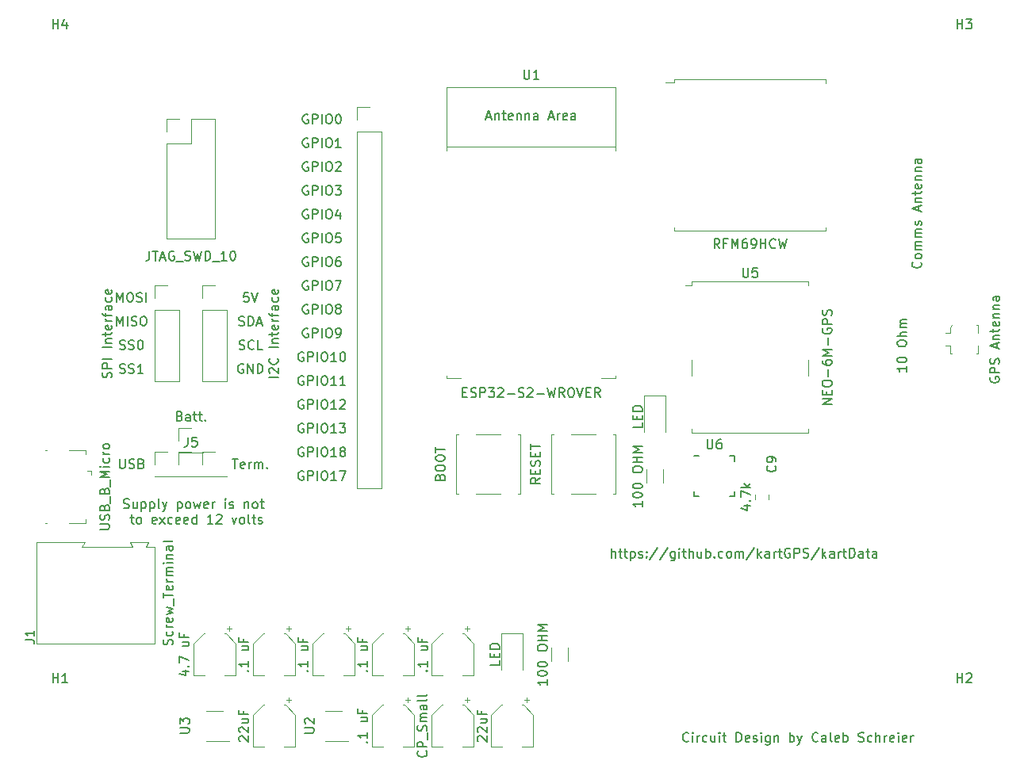
<source format=gbr>
%TF.GenerationSoftware,KiCad,Pcbnew,(5.1.9)-1*%
%TF.CreationDate,2022-07-27T20:03:32-05:00*%
%TF.ProjectId,GPSPuck,47505350-7563-46b2-9e6b-696361645f70,2*%
%TF.SameCoordinates,Original*%
%TF.FileFunction,Legend,Top*%
%TF.FilePolarity,Positive*%
%FSLAX46Y46*%
G04 Gerber Fmt 4.6, Leading zero omitted, Abs format (unit mm)*
G04 Created by KiCad (PCBNEW (5.1.9)-1) date 2022-07-27 20:03:32*
%MOMM*%
%LPD*%
G01*
G04 APERTURE LIST*
%ADD10C,0.150000*%
%ADD11C,0.120000*%
G04 APERTURE END LIST*
D10*
X133788333Y-117927380D02*
X133788333Y-116927380D01*
X134216904Y-117927380D02*
X134216904Y-117403571D01*
X134169285Y-117308333D01*
X134074047Y-117260714D01*
X133931190Y-117260714D01*
X133835952Y-117308333D01*
X133788333Y-117355952D01*
X134550238Y-117260714D02*
X134931190Y-117260714D01*
X134693095Y-116927380D02*
X134693095Y-117784523D01*
X134740714Y-117879761D01*
X134835952Y-117927380D01*
X134931190Y-117927380D01*
X135121666Y-117260714D02*
X135502619Y-117260714D01*
X135264523Y-116927380D02*
X135264523Y-117784523D01*
X135312142Y-117879761D01*
X135407380Y-117927380D01*
X135502619Y-117927380D01*
X135835952Y-117260714D02*
X135835952Y-118260714D01*
X135835952Y-117308333D02*
X135931190Y-117260714D01*
X136121666Y-117260714D01*
X136216904Y-117308333D01*
X136264523Y-117355952D01*
X136312142Y-117451190D01*
X136312142Y-117736904D01*
X136264523Y-117832142D01*
X136216904Y-117879761D01*
X136121666Y-117927380D01*
X135931190Y-117927380D01*
X135835952Y-117879761D01*
X136693095Y-117879761D02*
X136788333Y-117927380D01*
X136978809Y-117927380D01*
X137074047Y-117879761D01*
X137121666Y-117784523D01*
X137121666Y-117736904D01*
X137074047Y-117641666D01*
X136978809Y-117594047D01*
X136835952Y-117594047D01*
X136740714Y-117546428D01*
X136693095Y-117451190D01*
X136693095Y-117403571D01*
X136740714Y-117308333D01*
X136835952Y-117260714D01*
X136978809Y-117260714D01*
X137074047Y-117308333D01*
X137550238Y-117832142D02*
X137597857Y-117879761D01*
X137550238Y-117927380D01*
X137502619Y-117879761D01*
X137550238Y-117832142D01*
X137550238Y-117927380D01*
X137550238Y-117308333D02*
X137597857Y-117355952D01*
X137550238Y-117403571D01*
X137502619Y-117355952D01*
X137550238Y-117308333D01*
X137550238Y-117403571D01*
X138740714Y-116879761D02*
X137883571Y-118165476D01*
X139788333Y-116879761D02*
X138931190Y-118165476D01*
X140550238Y-117260714D02*
X140550238Y-118070238D01*
X140502619Y-118165476D01*
X140455000Y-118213095D01*
X140359761Y-118260714D01*
X140216904Y-118260714D01*
X140121666Y-118213095D01*
X140550238Y-117879761D02*
X140455000Y-117927380D01*
X140264523Y-117927380D01*
X140169285Y-117879761D01*
X140121666Y-117832142D01*
X140074047Y-117736904D01*
X140074047Y-117451190D01*
X140121666Y-117355952D01*
X140169285Y-117308333D01*
X140264523Y-117260714D01*
X140455000Y-117260714D01*
X140550238Y-117308333D01*
X141026428Y-117927380D02*
X141026428Y-117260714D01*
X141026428Y-116927380D02*
X140978809Y-116975000D01*
X141026428Y-117022619D01*
X141074047Y-116975000D01*
X141026428Y-116927380D01*
X141026428Y-117022619D01*
X141359761Y-117260714D02*
X141740714Y-117260714D01*
X141502619Y-116927380D02*
X141502619Y-117784523D01*
X141550238Y-117879761D01*
X141645476Y-117927380D01*
X141740714Y-117927380D01*
X142074047Y-117927380D02*
X142074047Y-116927380D01*
X142502619Y-117927380D02*
X142502619Y-117403571D01*
X142455000Y-117308333D01*
X142359761Y-117260714D01*
X142216904Y-117260714D01*
X142121666Y-117308333D01*
X142074047Y-117355952D01*
X143407380Y-117260714D02*
X143407380Y-117927380D01*
X142978809Y-117260714D02*
X142978809Y-117784523D01*
X143026428Y-117879761D01*
X143121666Y-117927380D01*
X143264523Y-117927380D01*
X143359761Y-117879761D01*
X143407380Y-117832142D01*
X143883571Y-117927380D02*
X143883571Y-116927380D01*
X143883571Y-117308333D02*
X143978809Y-117260714D01*
X144169285Y-117260714D01*
X144264523Y-117308333D01*
X144312142Y-117355952D01*
X144359761Y-117451190D01*
X144359761Y-117736904D01*
X144312142Y-117832142D01*
X144264523Y-117879761D01*
X144169285Y-117927380D01*
X143978809Y-117927380D01*
X143883571Y-117879761D01*
X144788333Y-117832142D02*
X144835952Y-117879761D01*
X144788333Y-117927380D01*
X144740714Y-117879761D01*
X144788333Y-117832142D01*
X144788333Y-117927380D01*
X145693095Y-117879761D02*
X145597857Y-117927380D01*
X145407380Y-117927380D01*
X145312142Y-117879761D01*
X145264523Y-117832142D01*
X145216904Y-117736904D01*
X145216904Y-117451190D01*
X145264523Y-117355952D01*
X145312142Y-117308333D01*
X145407380Y-117260714D01*
X145597857Y-117260714D01*
X145693095Y-117308333D01*
X146264523Y-117927380D02*
X146169285Y-117879761D01*
X146121666Y-117832142D01*
X146074047Y-117736904D01*
X146074047Y-117451190D01*
X146121666Y-117355952D01*
X146169285Y-117308333D01*
X146264523Y-117260714D01*
X146407380Y-117260714D01*
X146502619Y-117308333D01*
X146550238Y-117355952D01*
X146597857Y-117451190D01*
X146597857Y-117736904D01*
X146550238Y-117832142D01*
X146502619Y-117879761D01*
X146407380Y-117927380D01*
X146264523Y-117927380D01*
X147026428Y-117927380D02*
X147026428Y-117260714D01*
X147026428Y-117355952D02*
X147074047Y-117308333D01*
X147169285Y-117260714D01*
X147312142Y-117260714D01*
X147407380Y-117308333D01*
X147455000Y-117403571D01*
X147455000Y-117927380D01*
X147455000Y-117403571D02*
X147502619Y-117308333D01*
X147597857Y-117260714D01*
X147740714Y-117260714D01*
X147835952Y-117308333D01*
X147883571Y-117403571D01*
X147883571Y-117927380D01*
X149074047Y-116879761D02*
X148216904Y-118165476D01*
X149407380Y-117927380D02*
X149407380Y-116927380D01*
X149502619Y-117546428D02*
X149788333Y-117927380D01*
X149788333Y-117260714D02*
X149407380Y-117641666D01*
X150645476Y-117927380D02*
X150645476Y-117403571D01*
X150597857Y-117308333D01*
X150502619Y-117260714D01*
X150312142Y-117260714D01*
X150216904Y-117308333D01*
X150645476Y-117879761D02*
X150550238Y-117927380D01*
X150312142Y-117927380D01*
X150216904Y-117879761D01*
X150169285Y-117784523D01*
X150169285Y-117689285D01*
X150216904Y-117594047D01*
X150312142Y-117546428D01*
X150550238Y-117546428D01*
X150645476Y-117498809D01*
X151121666Y-117927380D02*
X151121666Y-117260714D01*
X151121666Y-117451190D02*
X151169285Y-117355952D01*
X151216904Y-117308333D01*
X151312142Y-117260714D01*
X151407380Y-117260714D01*
X151597857Y-117260714D02*
X151978809Y-117260714D01*
X151740714Y-116927380D02*
X151740714Y-117784523D01*
X151788333Y-117879761D01*
X151883571Y-117927380D01*
X151978809Y-117927380D01*
X152835952Y-116975000D02*
X152740714Y-116927380D01*
X152597857Y-116927380D01*
X152455000Y-116975000D01*
X152359761Y-117070238D01*
X152312142Y-117165476D01*
X152264523Y-117355952D01*
X152264523Y-117498809D01*
X152312142Y-117689285D01*
X152359761Y-117784523D01*
X152455000Y-117879761D01*
X152597857Y-117927380D01*
X152693095Y-117927380D01*
X152835952Y-117879761D01*
X152883571Y-117832142D01*
X152883571Y-117498809D01*
X152693095Y-117498809D01*
X153312142Y-117927380D02*
X153312142Y-116927380D01*
X153693095Y-116927380D01*
X153788333Y-116975000D01*
X153835952Y-117022619D01*
X153883571Y-117117857D01*
X153883571Y-117260714D01*
X153835952Y-117355952D01*
X153788333Y-117403571D01*
X153693095Y-117451190D01*
X153312142Y-117451190D01*
X154264523Y-117879761D02*
X154407380Y-117927380D01*
X154645476Y-117927380D01*
X154740714Y-117879761D01*
X154788333Y-117832142D01*
X154835952Y-117736904D01*
X154835952Y-117641666D01*
X154788333Y-117546428D01*
X154740714Y-117498809D01*
X154645476Y-117451190D01*
X154455000Y-117403571D01*
X154359761Y-117355952D01*
X154312142Y-117308333D01*
X154264523Y-117213095D01*
X154264523Y-117117857D01*
X154312142Y-117022619D01*
X154359761Y-116975000D01*
X154455000Y-116927380D01*
X154693095Y-116927380D01*
X154835952Y-116975000D01*
X155978809Y-116879761D02*
X155121666Y-118165476D01*
X156312142Y-117927380D02*
X156312142Y-116927380D01*
X156407380Y-117546428D02*
X156693095Y-117927380D01*
X156693095Y-117260714D02*
X156312142Y-117641666D01*
X157550238Y-117927380D02*
X157550238Y-117403571D01*
X157502619Y-117308333D01*
X157407380Y-117260714D01*
X157216904Y-117260714D01*
X157121666Y-117308333D01*
X157550238Y-117879761D02*
X157455000Y-117927380D01*
X157216904Y-117927380D01*
X157121666Y-117879761D01*
X157074047Y-117784523D01*
X157074047Y-117689285D01*
X157121666Y-117594047D01*
X157216904Y-117546428D01*
X157455000Y-117546428D01*
X157550238Y-117498809D01*
X158026428Y-117927380D02*
X158026428Y-117260714D01*
X158026428Y-117451190D02*
X158074047Y-117355952D01*
X158121666Y-117308333D01*
X158216904Y-117260714D01*
X158312142Y-117260714D01*
X158502619Y-117260714D02*
X158883571Y-117260714D01*
X158645476Y-116927380D02*
X158645476Y-117784523D01*
X158693095Y-117879761D01*
X158788333Y-117927380D01*
X158883571Y-117927380D01*
X159216904Y-117927380D02*
X159216904Y-116927380D01*
X159455000Y-116927380D01*
X159597857Y-116975000D01*
X159693095Y-117070238D01*
X159740714Y-117165476D01*
X159788333Y-117355952D01*
X159788333Y-117498809D01*
X159740714Y-117689285D01*
X159693095Y-117784523D01*
X159597857Y-117879761D01*
X159455000Y-117927380D01*
X159216904Y-117927380D01*
X160645476Y-117927380D02*
X160645476Y-117403571D01*
X160597857Y-117308333D01*
X160502619Y-117260714D01*
X160312142Y-117260714D01*
X160216904Y-117308333D01*
X160645476Y-117879761D02*
X160550238Y-117927380D01*
X160312142Y-117927380D01*
X160216904Y-117879761D01*
X160169285Y-117784523D01*
X160169285Y-117689285D01*
X160216904Y-117594047D01*
X160312142Y-117546428D01*
X160550238Y-117546428D01*
X160645476Y-117498809D01*
X160978809Y-117260714D02*
X161359761Y-117260714D01*
X161121666Y-116927380D02*
X161121666Y-117784523D01*
X161169285Y-117879761D01*
X161264523Y-117927380D01*
X161359761Y-117927380D01*
X162121666Y-117927380D02*
X162121666Y-117403571D01*
X162074047Y-117308333D01*
X161978809Y-117260714D01*
X161788333Y-117260714D01*
X161693095Y-117308333D01*
X162121666Y-117879761D02*
X162026428Y-117927380D01*
X161788333Y-117927380D01*
X161693095Y-117879761D01*
X161645476Y-117784523D01*
X161645476Y-117689285D01*
X161693095Y-117594047D01*
X161788333Y-117546428D01*
X162026428Y-117546428D01*
X162121666Y-117498809D01*
X142027142Y-137517142D02*
X141979523Y-137564761D01*
X141836666Y-137612380D01*
X141741428Y-137612380D01*
X141598571Y-137564761D01*
X141503333Y-137469523D01*
X141455714Y-137374285D01*
X141408095Y-137183809D01*
X141408095Y-137040952D01*
X141455714Y-136850476D01*
X141503333Y-136755238D01*
X141598571Y-136660000D01*
X141741428Y-136612380D01*
X141836666Y-136612380D01*
X141979523Y-136660000D01*
X142027142Y-136707619D01*
X142455714Y-137612380D02*
X142455714Y-136945714D01*
X142455714Y-136612380D02*
X142408095Y-136660000D01*
X142455714Y-136707619D01*
X142503333Y-136660000D01*
X142455714Y-136612380D01*
X142455714Y-136707619D01*
X142931904Y-137612380D02*
X142931904Y-136945714D01*
X142931904Y-137136190D02*
X142979523Y-137040952D01*
X143027142Y-136993333D01*
X143122380Y-136945714D01*
X143217619Y-136945714D01*
X143979523Y-137564761D02*
X143884285Y-137612380D01*
X143693809Y-137612380D01*
X143598571Y-137564761D01*
X143550952Y-137517142D01*
X143503333Y-137421904D01*
X143503333Y-137136190D01*
X143550952Y-137040952D01*
X143598571Y-136993333D01*
X143693809Y-136945714D01*
X143884285Y-136945714D01*
X143979523Y-136993333D01*
X144836666Y-136945714D02*
X144836666Y-137612380D01*
X144408095Y-136945714D02*
X144408095Y-137469523D01*
X144455714Y-137564761D01*
X144550952Y-137612380D01*
X144693809Y-137612380D01*
X144789047Y-137564761D01*
X144836666Y-137517142D01*
X145312857Y-137612380D02*
X145312857Y-136945714D01*
X145312857Y-136612380D02*
X145265238Y-136660000D01*
X145312857Y-136707619D01*
X145360476Y-136660000D01*
X145312857Y-136612380D01*
X145312857Y-136707619D01*
X145646190Y-136945714D02*
X146027142Y-136945714D01*
X145789047Y-136612380D02*
X145789047Y-137469523D01*
X145836666Y-137564761D01*
X145931904Y-137612380D01*
X146027142Y-137612380D01*
X147122380Y-137612380D02*
X147122380Y-136612380D01*
X147360476Y-136612380D01*
X147503333Y-136660000D01*
X147598571Y-136755238D01*
X147646190Y-136850476D01*
X147693809Y-137040952D01*
X147693809Y-137183809D01*
X147646190Y-137374285D01*
X147598571Y-137469523D01*
X147503333Y-137564761D01*
X147360476Y-137612380D01*
X147122380Y-137612380D01*
X148503333Y-137564761D02*
X148408095Y-137612380D01*
X148217619Y-137612380D01*
X148122380Y-137564761D01*
X148074761Y-137469523D01*
X148074761Y-137088571D01*
X148122380Y-136993333D01*
X148217619Y-136945714D01*
X148408095Y-136945714D01*
X148503333Y-136993333D01*
X148550952Y-137088571D01*
X148550952Y-137183809D01*
X148074761Y-137279047D01*
X148931904Y-137564761D02*
X149027142Y-137612380D01*
X149217619Y-137612380D01*
X149312857Y-137564761D01*
X149360476Y-137469523D01*
X149360476Y-137421904D01*
X149312857Y-137326666D01*
X149217619Y-137279047D01*
X149074761Y-137279047D01*
X148979523Y-137231428D01*
X148931904Y-137136190D01*
X148931904Y-137088571D01*
X148979523Y-136993333D01*
X149074761Y-136945714D01*
X149217619Y-136945714D01*
X149312857Y-136993333D01*
X149789047Y-137612380D02*
X149789047Y-136945714D01*
X149789047Y-136612380D02*
X149741428Y-136660000D01*
X149789047Y-136707619D01*
X149836666Y-136660000D01*
X149789047Y-136612380D01*
X149789047Y-136707619D01*
X150693809Y-136945714D02*
X150693809Y-137755238D01*
X150646190Y-137850476D01*
X150598571Y-137898095D01*
X150503333Y-137945714D01*
X150360476Y-137945714D01*
X150265238Y-137898095D01*
X150693809Y-137564761D02*
X150598571Y-137612380D01*
X150408095Y-137612380D01*
X150312857Y-137564761D01*
X150265238Y-137517142D01*
X150217619Y-137421904D01*
X150217619Y-137136190D01*
X150265238Y-137040952D01*
X150312857Y-136993333D01*
X150408095Y-136945714D01*
X150598571Y-136945714D01*
X150693809Y-136993333D01*
X151170000Y-136945714D02*
X151170000Y-137612380D01*
X151170000Y-137040952D02*
X151217619Y-136993333D01*
X151312857Y-136945714D01*
X151455714Y-136945714D01*
X151550952Y-136993333D01*
X151598571Y-137088571D01*
X151598571Y-137612380D01*
X152836666Y-137612380D02*
X152836666Y-136612380D01*
X152836666Y-136993333D02*
X152931904Y-136945714D01*
X153122380Y-136945714D01*
X153217619Y-136993333D01*
X153265238Y-137040952D01*
X153312857Y-137136190D01*
X153312857Y-137421904D01*
X153265238Y-137517142D01*
X153217619Y-137564761D01*
X153122380Y-137612380D01*
X152931904Y-137612380D01*
X152836666Y-137564761D01*
X153646190Y-136945714D02*
X153884285Y-137612380D01*
X154122380Y-136945714D02*
X153884285Y-137612380D01*
X153789047Y-137850476D01*
X153741428Y-137898095D01*
X153646190Y-137945714D01*
X155836666Y-137517142D02*
X155789047Y-137564761D01*
X155646190Y-137612380D01*
X155550952Y-137612380D01*
X155408095Y-137564761D01*
X155312857Y-137469523D01*
X155265238Y-137374285D01*
X155217619Y-137183809D01*
X155217619Y-137040952D01*
X155265238Y-136850476D01*
X155312857Y-136755238D01*
X155408095Y-136660000D01*
X155550952Y-136612380D01*
X155646190Y-136612380D01*
X155789047Y-136660000D01*
X155836666Y-136707619D01*
X156693809Y-137612380D02*
X156693809Y-137088571D01*
X156646190Y-136993333D01*
X156550952Y-136945714D01*
X156360476Y-136945714D01*
X156265238Y-136993333D01*
X156693809Y-137564761D02*
X156598571Y-137612380D01*
X156360476Y-137612380D01*
X156265238Y-137564761D01*
X156217619Y-137469523D01*
X156217619Y-137374285D01*
X156265238Y-137279047D01*
X156360476Y-137231428D01*
X156598571Y-137231428D01*
X156693809Y-137183809D01*
X157312857Y-137612380D02*
X157217619Y-137564761D01*
X157170000Y-137469523D01*
X157170000Y-136612380D01*
X158074761Y-137564761D02*
X157979523Y-137612380D01*
X157789047Y-137612380D01*
X157693809Y-137564761D01*
X157646190Y-137469523D01*
X157646190Y-137088571D01*
X157693809Y-136993333D01*
X157789047Y-136945714D01*
X157979523Y-136945714D01*
X158074761Y-136993333D01*
X158122380Y-137088571D01*
X158122380Y-137183809D01*
X157646190Y-137279047D01*
X158550952Y-137612380D02*
X158550952Y-136612380D01*
X158550952Y-136993333D02*
X158646190Y-136945714D01*
X158836666Y-136945714D01*
X158931904Y-136993333D01*
X158979523Y-137040952D01*
X159027142Y-137136190D01*
X159027142Y-137421904D01*
X158979523Y-137517142D01*
X158931904Y-137564761D01*
X158836666Y-137612380D01*
X158646190Y-137612380D01*
X158550952Y-137564761D01*
X160170000Y-137564761D02*
X160312857Y-137612380D01*
X160550952Y-137612380D01*
X160646190Y-137564761D01*
X160693809Y-137517142D01*
X160741428Y-137421904D01*
X160741428Y-137326666D01*
X160693809Y-137231428D01*
X160646190Y-137183809D01*
X160550952Y-137136190D01*
X160360476Y-137088571D01*
X160265238Y-137040952D01*
X160217619Y-136993333D01*
X160170000Y-136898095D01*
X160170000Y-136802857D01*
X160217619Y-136707619D01*
X160265238Y-136660000D01*
X160360476Y-136612380D01*
X160598571Y-136612380D01*
X160741428Y-136660000D01*
X161598571Y-137564761D02*
X161503333Y-137612380D01*
X161312857Y-137612380D01*
X161217619Y-137564761D01*
X161170000Y-137517142D01*
X161122380Y-137421904D01*
X161122380Y-137136190D01*
X161170000Y-137040952D01*
X161217619Y-136993333D01*
X161312857Y-136945714D01*
X161503333Y-136945714D01*
X161598571Y-136993333D01*
X162027142Y-137612380D02*
X162027142Y-136612380D01*
X162455714Y-137612380D02*
X162455714Y-137088571D01*
X162408095Y-136993333D01*
X162312857Y-136945714D01*
X162170000Y-136945714D01*
X162074761Y-136993333D01*
X162027142Y-137040952D01*
X162931904Y-137612380D02*
X162931904Y-136945714D01*
X162931904Y-137136190D02*
X162979523Y-137040952D01*
X163027142Y-136993333D01*
X163122380Y-136945714D01*
X163217619Y-136945714D01*
X163931904Y-137564761D02*
X163836666Y-137612380D01*
X163646190Y-137612380D01*
X163550952Y-137564761D01*
X163503333Y-137469523D01*
X163503333Y-137088571D01*
X163550952Y-136993333D01*
X163646190Y-136945714D01*
X163836666Y-136945714D01*
X163931904Y-136993333D01*
X163979523Y-137088571D01*
X163979523Y-137183809D01*
X163503333Y-137279047D01*
X164408095Y-137612380D02*
X164408095Y-136945714D01*
X164408095Y-136612380D02*
X164360476Y-136660000D01*
X164408095Y-136707619D01*
X164455714Y-136660000D01*
X164408095Y-136612380D01*
X164408095Y-136707619D01*
X165265238Y-137564761D02*
X165170000Y-137612380D01*
X164979523Y-137612380D01*
X164884285Y-137564761D01*
X164836666Y-137469523D01*
X164836666Y-137088571D01*
X164884285Y-136993333D01*
X164979523Y-136945714D01*
X165170000Y-136945714D01*
X165265238Y-136993333D01*
X165312857Y-137088571D01*
X165312857Y-137183809D01*
X164836666Y-137279047D01*
X165741428Y-137612380D02*
X165741428Y-136945714D01*
X165741428Y-137136190D02*
X165789047Y-137040952D01*
X165836666Y-136993333D01*
X165931904Y-136945714D01*
X166027142Y-136945714D01*
X126182380Y-109402380D02*
X125706190Y-109735714D01*
X126182380Y-109973809D02*
X125182380Y-109973809D01*
X125182380Y-109592857D01*
X125230000Y-109497619D01*
X125277619Y-109450000D01*
X125372857Y-109402380D01*
X125515714Y-109402380D01*
X125610952Y-109450000D01*
X125658571Y-109497619D01*
X125706190Y-109592857D01*
X125706190Y-109973809D01*
X125658571Y-108973809D02*
X125658571Y-108640476D01*
X126182380Y-108497619D02*
X126182380Y-108973809D01*
X125182380Y-108973809D01*
X125182380Y-108497619D01*
X126134761Y-108116666D02*
X126182380Y-107973809D01*
X126182380Y-107735714D01*
X126134761Y-107640476D01*
X126087142Y-107592857D01*
X125991904Y-107545238D01*
X125896666Y-107545238D01*
X125801428Y-107592857D01*
X125753809Y-107640476D01*
X125706190Y-107735714D01*
X125658571Y-107926190D01*
X125610952Y-108021428D01*
X125563333Y-108069047D01*
X125468095Y-108116666D01*
X125372857Y-108116666D01*
X125277619Y-108069047D01*
X125230000Y-108021428D01*
X125182380Y-107926190D01*
X125182380Y-107688095D01*
X125230000Y-107545238D01*
X125658571Y-107116666D02*
X125658571Y-106783333D01*
X126182380Y-106640476D02*
X126182380Y-107116666D01*
X125182380Y-107116666D01*
X125182380Y-106640476D01*
X125182380Y-106354761D02*
X125182380Y-105783333D01*
X126182380Y-106069047D02*
X125182380Y-106069047D01*
X115498571Y-109307142D02*
X115546190Y-109164285D01*
X115593809Y-109116666D01*
X115689047Y-109069047D01*
X115831904Y-109069047D01*
X115927142Y-109116666D01*
X115974761Y-109164285D01*
X116022380Y-109259523D01*
X116022380Y-109640476D01*
X115022380Y-109640476D01*
X115022380Y-109307142D01*
X115070000Y-109211904D01*
X115117619Y-109164285D01*
X115212857Y-109116666D01*
X115308095Y-109116666D01*
X115403333Y-109164285D01*
X115450952Y-109211904D01*
X115498571Y-109307142D01*
X115498571Y-109640476D01*
X115022380Y-108450000D02*
X115022380Y-108259523D01*
X115070000Y-108164285D01*
X115165238Y-108069047D01*
X115355714Y-108021428D01*
X115689047Y-108021428D01*
X115879523Y-108069047D01*
X115974761Y-108164285D01*
X116022380Y-108259523D01*
X116022380Y-108450000D01*
X115974761Y-108545238D01*
X115879523Y-108640476D01*
X115689047Y-108688095D01*
X115355714Y-108688095D01*
X115165238Y-108640476D01*
X115070000Y-108545238D01*
X115022380Y-108450000D01*
X115022380Y-107402380D02*
X115022380Y-107211904D01*
X115070000Y-107116666D01*
X115165238Y-107021428D01*
X115355714Y-106973809D01*
X115689047Y-106973809D01*
X115879523Y-107021428D01*
X115974761Y-107116666D01*
X116022380Y-107211904D01*
X116022380Y-107402380D01*
X115974761Y-107497619D01*
X115879523Y-107592857D01*
X115689047Y-107640476D01*
X115355714Y-107640476D01*
X115165238Y-107592857D01*
X115070000Y-107497619D01*
X115022380Y-107402380D01*
X115022380Y-106688095D02*
X115022380Y-106116666D01*
X116022380Y-106402380D02*
X115022380Y-106402380D01*
X81725476Y-112609761D02*
X81868333Y-112657380D01*
X82106428Y-112657380D01*
X82201666Y-112609761D01*
X82249285Y-112562142D01*
X82296904Y-112466904D01*
X82296904Y-112371666D01*
X82249285Y-112276428D01*
X82201666Y-112228809D01*
X82106428Y-112181190D01*
X81915952Y-112133571D01*
X81820714Y-112085952D01*
X81773095Y-112038333D01*
X81725476Y-111943095D01*
X81725476Y-111847857D01*
X81773095Y-111752619D01*
X81820714Y-111705000D01*
X81915952Y-111657380D01*
X82154047Y-111657380D01*
X82296904Y-111705000D01*
X83154047Y-111990714D02*
X83154047Y-112657380D01*
X82725476Y-111990714D02*
X82725476Y-112514523D01*
X82773095Y-112609761D01*
X82868333Y-112657380D01*
X83011190Y-112657380D01*
X83106428Y-112609761D01*
X83154047Y-112562142D01*
X83630238Y-111990714D02*
X83630238Y-112990714D01*
X83630238Y-112038333D02*
X83725476Y-111990714D01*
X83915952Y-111990714D01*
X84011190Y-112038333D01*
X84058809Y-112085952D01*
X84106428Y-112181190D01*
X84106428Y-112466904D01*
X84058809Y-112562142D01*
X84011190Y-112609761D01*
X83915952Y-112657380D01*
X83725476Y-112657380D01*
X83630238Y-112609761D01*
X84535000Y-111990714D02*
X84535000Y-112990714D01*
X84535000Y-112038333D02*
X84630238Y-111990714D01*
X84820714Y-111990714D01*
X84915952Y-112038333D01*
X84963571Y-112085952D01*
X85011190Y-112181190D01*
X85011190Y-112466904D01*
X84963571Y-112562142D01*
X84915952Y-112609761D01*
X84820714Y-112657380D01*
X84630238Y-112657380D01*
X84535000Y-112609761D01*
X85582619Y-112657380D02*
X85487380Y-112609761D01*
X85439761Y-112514523D01*
X85439761Y-111657380D01*
X85868333Y-111990714D02*
X86106428Y-112657380D01*
X86344523Y-111990714D02*
X86106428Y-112657380D01*
X86011190Y-112895476D01*
X85963571Y-112943095D01*
X85868333Y-112990714D01*
X87487380Y-111990714D02*
X87487380Y-112990714D01*
X87487380Y-112038333D02*
X87582619Y-111990714D01*
X87773095Y-111990714D01*
X87868333Y-112038333D01*
X87915952Y-112085952D01*
X87963571Y-112181190D01*
X87963571Y-112466904D01*
X87915952Y-112562142D01*
X87868333Y-112609761D01*
X87773095Y-112657380D01*
X87582619Y-112657380D01*
X87487380Y-112609761D01*
X88535000Y-112657380D02*
X88439761Y-112609761D01*
X88392142Y-112562142D01*
X88344523Y-112466904D01*
X88344523Y-112181190D01*
X88392142Y-112085952D01*
X88439761Y-112038333D01*
X88535000Y-111990714D01*
X88677857Y-111990714D01*
X88773095Y-112038333D01*
X88820714Y-112085952D01*
X88868333Y-112181190D01*
X88868333Y-112466904D01*
X88820714Y-112562142D01*
X88773095Y-112609761D01*
X88677857Y-112657380D01*
X88535000Y-112657380D01*
X89201666Y-111990714D02*
X89392142Y-112657380D01*
X89582619Y-112181190D01*
X89773095Y-112657380D01*
X89963571Y-111990714D01*
X90725476Y-112609761D02*
X90630238Y-112657380D01*
X90439761Y-112657380D01*
X90344523Y-112609761D01*
X90296904Y-112514523D01*
X90296904Y-112133571D01*
X90344523Y-112038333D01*
X90439761Y-111990714D01*
X90630238Y-111990714D01*
X90725476Y-112038333D01*
X90773095Y-112133571D01*
X90773095Y-112228809D01*
X90296904Y-112324047D01*
X91201666Y-112657380D02*
X91201666Y-111990714D01*
X91201666Y-112181190D02*
X91249285Y-112085952D01*
X91296904Y-112038333D01*
X91392142Y-111990714D01*
X91487380Y-111990714D01*
X92582619Y-112657380D02*
X92582619Y-111990714D01*
X92582619Y-111657380D02*
X92535000Y-111705000D01*
X92582619Y-111752619D01*
X92630238Y-111705000D01*
X92582619Y-111657380D01*
X92582619Y-111752619D01*
X93011190Y-112609761D02*
X93106428Y-112657380D01*
X93296904Y-112657380D01*
X93392142Y-112609761D01*
X93439761Y-112514523D01*
X93439761Y-112466904D01*
X93392142Y-112371666D01*
X93296904Y-112324047D01*
X93154047Y-112324047D01*
X93058809Y-112276428D01*
X93011190Y-112181190D01*
X93011190Y-112133571D01*
X93058809Y-112038333D01*
X93154047Y-111990714D01*
X93296904Y-111990714D01*
X93392142Y-112038333D01*
X94630238Y-111990714D02*
X94630238Y-112657380D01*
X94630238Y-112085952D02*
X94677857Y-112038333D01*
X94773095Y-111990714D01*
X94915952Y-111990714D01*
X95011190Y-112038333D01*
X95058809Y-112133571D01*
X95058809Y-112657380D01*
X95677857Y-112657380D02*
X95582619Y-112609761D01*
X95535000Y-112562142D01*
X95487380Y-112466904D01*
X95487380Y-112181190D01*
X95535000Y-112085952D01*
X95582619Y-112038333D01*
X95677857Y-111990714D01*
X95820714Y-111990714D01*
X95915952Y-112038333D01*
X95963571Y-112085952D01*
X96011190Y-112181190D01*
X96011190Y-112466904D01*
X95963571Y-112562142D01*
X95915952Y-112609761D01*
X95820714Y-112657380D01*
X95677857Y-112657380D01*
X96296904Y-111990714D02*
X96677857Y-111990714D01*
X96439761Y-111657380D02*
X96439761Y-112514523D01*
X96487380Y-112609761D01*
X96582619Y-112657380D01*
X96677857Y-112657380D01*
X82439761Y-113640714D02*
X82820714Y-113640714D01*
X82582619Y-113307380D02*
X82582619Y-114164523D01*
X82630238Y-114259761D01*
X82725476Y-114307380D01*
X82820714Y-114307380D01*
X83296904Y-114307380D02*
X83201666Y-114259761D01*
X83154047Y-114212142D01*
X83106428Y-114116904D01*
X83106428Y-113831190D01*
X83154047Y-113735952D01*
X83201666Y-113688333D01*
X83296904Y-113640714D01*
X83439761Y-113640714D01*
X83535000Y-113688333D01*
X83582619Y-113735952D01*
X83630238Y-113831190D01*
X83630238Y-114116904D01*
X83582619Y-114212142D01*
X83535000Y-114259761D01*
X83439761Y-114307380D01*
X83296904Y-114307380D01*
X85201666Y-114259761D02*
X85106428Y-114307380D01*
X84915952Y-114307380D01*
X84820714Y-114259761D01*
X84773095Y-114164523D01*
X84773095Y-113783571D01*
X84820714Y-113688333D01*
X84915952Y-113640714D01*
X85106428Y-113640714D01*
X85201666Y-113688333D01*
X85249285Y-113783571D01*
X85249285Y-113878809D01*
X84773095Y-113974047D01*
X85582619Y-114307380D02*
X86106428Y-113640714D01*
X85582619Y-113640714D02*
X86106428Y-114307380D01*
X86915952Y-114259761D02*
X86820714Y-114307380D01*
X86630238Y-114307380D01*
X86535000Y-114259761D01*
X86487380Y-114212142D01*
X86439761Y-114116904D01*
X86439761Y-113831190D01*
X86487380Y-113735952D01*
X86535000Y-113688333D01*
X86630238Y-113640714D01*
X86820714Y-113640714D01*
X86915952Y-113688333D01*
X87725476Y-114259761D02*
X87630238Y-114307380D01*
X87439761Y-114307380D01*
X87344523Y-114259761D01*
X87296904Y-114164523D01*
X87296904Y-113783571D01*
X87344523Y-113688333D01*
X87439761Y-113640714D01*
X87630238Y-113640714D01*
X87725476Y-113688333D01*
X87773095Y-113783571D01*
X87773095Y-113878809D01*
X87296904Y-113974047D01*
X88582619Y-114259761D02*
X88487380Y-114307380D01*
X88296904Y-114307380D01*
X88201666Y-114259761D01*
X88154047Y-114164523D01*
X88154047Y-113783571D01*
X88201666Y-113688333D01*
X88296904Y-113640714D01*
X88487380Y-113640714D01*
X88582619Y-113688333D01*
X88630238Y-113783571D01*
X88630238Y-113878809D01*
X88154047Y-113974047D01*
X89487380Y-114307380D02*
X89487380Y-113307380D01*
X89487380Y-114259761D02*
X89392142Y-114307380D01*
X89201666Y-114307380D01*
X89106428Y-114259761D01*
X89058809Y-114212142D01*
X89011190Y-114116904D01*
X89011190Y-113831190D01*
X89058809Y-113735952D01*
X89106428Y-113688333D01*
X89201666Y-113640714D01*
X89392142Y-113640714D01*
X89487380Y-113688333D01*
X91249285Y-114307380D02*
X90677857Y-114307380D01*
X90963571Y-114307380D02*
X90963571Y-113307380D01*
X90868333Y-113450238D01*
X90773095Y-113545476D01*
X90677857Y-113593095D01*
X91630238Y-113402619D02*
X91677857Y-113355000D01*
X91773095Y-113307380D01*
X92011190Y-113307380D01*
X92106428Y-113355000D01*
X92154047Y-113402619D01*
X92201666Y-113497857D01*
X92201666Y-113593095D01*
X92154047Y-113735952D01*
X91582619Y-114307380D01*
X92201666Y-114307380D01*
X93296904Y-113640714D02*
X93535000Y-114307380D01*
X93773095Y-113640714D01*
X94296904Y-114307380D02*
X94201666Y-114259761D01*
X94154047Y-114212142D01*
X94106428Y-114116904D01*
X94106428Y-113831190D01*
X94154047Y-113735952D01*
X94201666Y-113688333D01*
X94296904Y-113640714D01*
X94439761Y-113640714D01*
X94535000Y-113688333D01*
X94582619Y-113735952D01*
X94630238Y-113831190D01*
X94630238Y-114116904D01*
X94582619Y-114212142D01*
X94535000Y-114259761D01*
X94439761Y-114307380D01*
X94296904Y-114307380D01*
X95201666Y-114307380D02*
X95106428Y-114259761D01*
X95058809Y-114164523D01*
X95058809Y-113307380D01*
X95439761Y-113640714D02*
X95820714Y-113640714D01*
X95582619Y-113307380D02*
X95582619Y-114164523D01*
X95630238Y-114259761D01*
X95725476Y-114307380D01*
X95820714Y-114307380D01*
X96106428Y-114259761D02*
X96201666Y-114307380D01*
X96392142Y-114307380D01*
X96487380Y-114259761D01*
X96535000Y-114164523D01*
X96535000Y-114116904D01*
X96487380Y-114021666D01*
X96392142Y-113974047D01*
X96249285Y-113974047D01*
X96154047Y-113926428D01*
X96106428Y-113831190D01*
X96106428Y-113783571D01*
X96154047Y-113688333D01*
X96249285Y-113640714D01*
X96392142Y-113640714D01*
X96487380Y-113688333D01*
X93321428Y-107402380D02*
X93892857Y-107402380D01*
X93607142Y-108402380D02*
X93607142Y-107402380D01*
X94607142Y-108354761D02*
X94511904Y-108402380D01*
X94321428Y-108402380D01*
X94226190Y-108354761D01*
X94178571Y-108259523D01*
X94178571Y-107878571D01*
X94226190Y-107783333D01*
X94321428Y-107735714D01*
X94511904Y-107735714D01*
X94607142Y-107783333D01*
X94654761Y-107878571D01*
X94654761Y-107973809D01*
X94178571Y-108069047D01*
X95083333Y-108402380D02*
X95083333Y-107735714D01*
X95083333Y-107926190D02*
X95130952Y-107830952D01*
X95178571Y-107783333D01*
X95273809Y-107735714D01*
X95369047Y-107735714D01*
X95702380Y-108402380D02*
X95702380Y-107735714D01*
X95702380Y-107830952D02*
X95750000Y-107783333D01*
X95845238Y-107735714D01*
X95988095Y-107735714D01*
X96083333Y-107783333D01*
X96130952Y-107878571D01*
X96130952Y-108402380D01*
X96130952Y-107878571D02*
X96178571Y-107783333D01*
X96273809Y-107735714D01*
X96416666Y-107735714D01*
X96511904Y-107783333D01*
X96559523Y-107878571D01*
X96559523Y-108402380D01*
X97035714Y-108307142D02*
X97083333Y-108354761D01*
X97035714Y-108402380D01*
X96988095Y-108354761D01*
X97035714Y-108307142D01*
X97035714Y-108402380D01*
X87709523Y-102798571D02*
X87852380Y-102846190D01*
X87900000Y-102893809D01*
X87947619Y-102989047D01*
X87947619Y-103131904D01*
X87900000Y-103227142D01*
X87852380Y-103274761D01*
X87757142Y-103322380D01*
X87376190Y-103322380D01*
X87376190Y-102322380D01*
X87709523Y-102322380D01*
X87804761Y-102370000D01*
X87852380Y-102417619D01*
X87900000Y-102512857D01*
X87900000Y-102608095D01*
X87852380Y-102703333D01*
X87804761Y-102750952D01*
X87709523Y-102798571D01*
X87376190Y-102798571D01*
X88804761Y-103322380D02*
X88804761Y-102798571D01*
X88757142Y-102703333D01*
X88661904Y-102655714D01*
X88471428Y-102655714D01*
X88376190Y-102703333D01*
X88804761Y-103274761D02*
X88709523Y-103322380D01*
X88471428Y-103322380D01*
X88376190Y-103274761D01*
X88328571Y-103179523D01*
X88328571Y-103084285D01*
X88376190Y-102989047D01*
X88471428Y-102941428D01*
X88709523Y-102941428D01*
X88804761Y-102893809D01*
X89138095Y-102655714D02*
X89519047Y-102655714D01*
X89280952Y-102322380D02*
X89280952Y-103179523D01*
X89328571Y-103274761D01*
X89423809Y-103322380D01*
X89519047Y-103322380D01*
X89709523Y-102655714D02*
X90090476Y-102655714D01*
X89852380Y-102322380D02*
X89852380Y-103179523D01*
X89900000Y-103274761D01*
X89995238Y-103322380D01*
X90090476Y-103322380D01*
X90423809Y-103227142D02*
X90471428Y-103274761D01*
X90423809Y-103322380D01*
X90376190Y-103274761D01*
X90423809Y-103227142D01*
X90423809Y-103322380D01*
X81288095Y-107402380D02*
X81288095Y-108211904D01*
X81335714Y-108307142D01*
X81383333Y-108354761D01*
X81478571Y-108402380D01*
X81669047Y-108402380D01*
X81764285Y-108354761D01*
X81811904Y-108307142D01*
X81859523Y-108211904D01*
X81859523Y-107402380D01*
X82288095Y-108354761D02*
X82430952Y-108402380D01*
X82669047Y-108402380D01*
X82764285Y-108354761D01*
X82811904Y-108307142D01*
X82859523Y-108211904D01*
X82859523Y-108116666D01*
X82811904Y-108021428D01*
X82764285Y-107973809D01*
X82669047Y-107926190D01*
X82478571Y-107878571D01*
X82383333Y-107830952D01*
X82335714Y-107783333D01*
X82288095Y-107688095D01*
X82288095Y-107592857D01*
X82335714Y-107497619D01*
X82383333Y-107450000D01*
X82478571Y-107402380D01*
X82716666Y-107402380D01*
X82859523Y-107450000D01*
X83621428Y-107878571D02*
X83764285Y-107926190D01*
X83811904Y-107973809D01*
X83859523Y-108069047D01*
X83859523Y-108211904D01*
X83811904Y-108307142D01*
X83764285Y-108354761D01*
X83669047Y-108402380D01*
X83288095Y-108402380D01*
X83288095Y-107402380D01*
X83621428Y-107402380D01*
X83716666Y-107450000D01*
X83764285Y-107497619D01*
X83811904Y-107592857D01*
X83811904Y-107688095D01*
X83764285Y-107783333D01*
X83716666Y-107830952D01*
X83621428Y-107878571D01*
X83288095Y-107878571D01*
X101393809Y-85860000D02*
X101298571Y-85812380D01*
X101155714Y-85812380D01*
X101012857Y-85860000D01*
X100917619Y-85955238D01*
X100870000Y-86050476D01*
X100822380Y-86240952D01*
X100822380Y-86383809D01*
X100870000Y-86574285D01*
X100917619Y-86669523D01*
X101012857Y-86764761D01*
X101155714Y-86812380D01*
X101250952Y-86812380D01*
X101393809Y-86764761D01*
X101441428Y-86717142D01*
X101441428Y-86383809D01*
X101250952Y-86383809D01*
X101870000Y-86812380D02*
X101870000Y-85812380D01*
X102250952Y-85812380D01*
X102346190Y-85860000D01*
X102393809Y-85907619D01*
X102441428Y-86002857D01*
X102441428Y-86145714D01*
X102393809Y-86240952D01*
X102346190Y-86288571D01*
X102250952Y-86336190D01*
X101870000Y-86336190D01*
X102870000Y-86812380D02*
X102870000Y-85812380D01*
X103536666Y-85812380D02*
X103727142Y-85812380D01*
X103822380Y-85860000D01*
X103917619Y-85955238D01*
X103965238Y-86145714D01*
X103965238Y-86479047D01*
X103917619Y-86669523D01*
X103822380Y-86764761D01*
X103727142Y-86812380D01*
X103536666Y-86812380D01*
X103441428Y-86764761D01*
X103346190Y-86669523D01*
X103298571Y-86479047D01*
X103298571Y-86145714D01*
X103346190Y-85955238D01*
X103441428Y-85860000D01*
X103536666Y-85812380D01*
X104822380Y-85812380D02*
X104631904Y-85812380D01*
X104536666Y-85860000D01*
X104489047Y-85907619D01*
X104393809Y-86050476D01*
X104346190Y-86240952D01*
X104346190Y-86621904D01*
X104393809Y-86717142D01*
X104441428Y-86764761D01*
X104536666Y-86812380D01*
X104727142Y-86812380D01*
X104822380Y-86764761D01*
X104870000Y-86717142D01*
X104917619Y-86621904D01*
X104917619Y-86383809D01*
X104870000Y-86288571D01*
X104822380Y-86240952D01*
X104727142Y-86193333D01*
X104536666Y-86193333D01*
X104441428Y-86240952D01*
X104393809Y-86288571D01*
X104346190Y-86383809D01*
X101393809Y-80780000D02*
X101298571Y-80732380D01*
X101155714Y-80732380D01*
X101012857Y-80780000D01*
X100917619Y-80875238D01*
X100870000Y-80970476D01*
X100822380Y-81160952D01*
X100822380Y-81303809D01*
X100870000Y-81494285D01*
X100917619Y-81589523D01*
X101012857Y-81684761D01*
X101155714Y-81732380D01*
X101250952Y-81732380D01*
X101393809Y-81684761D01*
X101441428Y-81637142D01*
X101441428Y-81303809D01*
X101250952Y-81303809D01*
X101870000Y-81732380D02*
X101870000Y-80732380D01*
X102250952Y-80732380D01*
X102346190Y-80780000D01*
X102393809Y-80827619D01*
X102441428Y-80922857D01*
X102441428Y-81065714D01*
X102393809Y-81160952D01*
X102346190Y-81208571D01*
X102250952Y-81256190D01*
X101870000Y-81256190D01*
X102870000Y-81732380D02*
X102870000Y-80732380D01*
X103536666Y-80732380D02*
X103727142Y-80732380D01*
X103822380Y-80780000D01*
X103917619Y-80875238D01*
X103965238Y-81065714D01*
X103965238Y-81399047D01*
X103917619Y-81589523D01*
X103822380Y-81684761D01*
X103727142Y-81732380D01*
X103536666Y-81732380D01*
X103441428Y-81684761D01*
X103346190Y-81589523D01*
X103298571Y-81399047D01*
X103298571Y-81065714D01*
X103346190Y-80875238D01*
X103441428Y-80780000D01*
X103536666Y-80732380D01*
X104822380Y-81065714D02*
X104822380Y-81732380D01*
X104584285Y-80684761D02*
X104346190Y-81399047D01*
X104965238Y-81399047D01*
X100917619Y-108720000D02*
X100822380Y-108672380D01*
X100679523Y-108672380D01*
X100536666Y-108720000D01*
X100441428Y-108815238D01*
X100393809Y-108910476D01*
X100346190Y-109100952D01*
X100346190Y-109243809D01*
X100393809Y-109434285D01*
X100441428Y-109529523D01*
X100536666Y-109624761D01*
X100679523Y-109672380D01*
X100774761Y-109672380D01*
X100917619Y-109624761D01*
X100965238Y-109577142D01*
X100965238Y-109243809D01*
X100774761Y-109243809D01*
X101393809Y-109672380D02*
X101393809Y-108672380D01*
X101774761Y-108672380D01*
X101870000Y-108720000D01*
X101917619Y-108767619D01*
X101965238Y-108862857D01*
X101965238Y-109005714D01*
X101917619Y-109100952D01*
X101870000Y-109148571D01*
X101774761Y-109196190D01*
X101393809Y-109196190D01*
X102393809Y-109672380D02*
X102393809Y-108672380D01*
X103060476Y-108672380D02*
X103250952Y-108672380D01*
X103346190Y-108720000D01*
X103441428Y-108815238D01*
X103489047Y-109005714D01*
X103489047Y-109339047D01*
X103441428Y-109529523D01*
X103346190Y-109624761D01*
X103250952Y-109672380D01*
X103060476Y-109672380D01*
X102965238Y-109624761D01*
X102870000Y-109529523D01*
X102822380Y-109339047D01*
X102822380Y-109005714D01*
X102870000Y-108815238D01*
X102965238Y-108720000D01*
X103060476Y-108672380D01*
X104441428Y-109672380D02*
X103870000Y-109672380D01*
X104155714Y-109672380D02*
X104155714Y-108672380D01*
X104060476Y-108815238D01*
X103965238Y-108910476D01*
X103870000Y-108958095D01*
X104774761Y-108672380D02*
X105441428Y-108672380D01*
X105012857Y-109672380D01*
X100917619Y-106180000D02*
X100822380Y-106132380D01*
X100679523Y-106132380D01*
X100536666Y-106180000D01*
X100441428Y-106275238D01*
X100393809Y-106370476D01*
X100346190Y-106560952D01*
X100346190Y-106703809D01*
X100393809Y-106894285D01*
X100441428Y-106989523D01*
X100536666Y-107084761D01*
X100679523Y-107132380D01*
X100774761Y-107132380D01*
X100917619Y-107084761D01*
X100965238Y-107037142D01*
X100965238Y-106703809D01*
X100774761Y-106703809D01*
X101393809Y-107132380D02*
X101393809Y-106132380D01*
X101774761Y-106132380D01*
X101870000Y-106180000D01*
X101917619Y-106227619D01*
X101965238Y-106322857D01*
X101965238Y-106465714D01*
X101917619Y-106560952D01*
X101870000Y-106608571D01*
X101774761Y-106656190D01*
X101393809Y-106656190D01*
X102393809Y-107132380D02*
X102393809Y-106132380D01*
X103060476Y-106132380D02*
X103250952Y-106132380D01*
X103346190Y-106180000D01*
X103441428Y-106275238D01*
X103489047Y-106465714D01*
X103489047Y-106799047D01*
X103441428Y-106989523D01*
X103346190Y-107084761D01*
X103250952Y-107132380D01*
X103060476Y-107132380D01*
X102965238Y-107084761D01*
X102870000Y-106989523D01*
X102822380Y-106799047D01*
X102822380Y-106465714D01*
X102870000Y-106275238D01*
X102965238Y-106180000D01*
X103060476Y-106132380D01*
X104441428Y-107132380D02*
X103870000Y-107132380D01*
X104155714Y-107132380D02*
X104155714Y-106132380D01*
X104060476Y-106275238D01*
X103965238Y-106370476D01*
X103870000Y-106418095D01*
X105012857Y-106560952D02*
X104917619Y-106513333D01*
X104870000Y-106465714D01*
X104822380Y-106370476D01*
X104822380Y-106322857D01*
X104870000Y-106227619D01*
X104917619Y-106180000D01*
X105012857Y-106132380D01*
X105203333Y-106132380D01*
X105298571Y-106180000D01*
X105346190Y-106227619D01*
X105393809Y-106322857D01*
X105393809Y-106370476D01*
X105346190Y-106465714D01*
X105298571Y-106513333D01*
X105203333Y-106560952D01*
X105012857Y-106560952D01*
X104917619Y-106608571D01*
X104870000Y-106656190D01*
X104822380Y-106751428D01*
X104822380Y-106941904D01*
X104870000Y-107037142D01*
X104917619Y-107084761D01*
X105012857Y-107132380D01*
X105203333Y-107132380D01*
X105298571Y-107084761D01*
X105346190Y-107037142D01*
X105393809Y-106941904D01*
X105393809Y-106751428D01*
X105346190Y-106656190D01*
X105298571Y-106608571D01*
X105203333Y-106560952D01*
X100917619Y-101100000D02*
X100822380Y-101052380D01*
X100679523Y-101052380D01*
X100536666Y-101100000D01*
X100441428Y-101195238D01*
X100393809Y-101290476D01*
X100346190Y-101480952D01*
X100346190Y-101623809D01*
X100393809Y-101814285D01*
X100441428Y-101909523D01*
X100536666Y-102004761D01*
X100679523Y-102052380D01*
X100774761Y-102052380D01*
X100917619Y-102004761D01*
X100965238Y-101957142D01*
X100965238Y-101623809D01*
X100774761Y-101623809D01*
X101393809Y-102052380D02*
X101393809Y-101052380D01*
X101774761Y-101052380D01*
X101870000Y-101100000D01*
X101917619Y-101147619D01*
X101965238Y-101242857D01*
X101965238Y-101385714D01*
X101917619Y-101480952D01*
X101870000Y-101528571D01*
X101774761Y-101576190D01*
X101393809Y-101576190D01*
X102393809Y-102052380D02*
X102393809Y-101052380D01*
X103060476Y-101052380D02*
X103250952Y-101052380D01*
X103346190Y-101100000D01*
X103441428Y-101195238D01*
X103489047Y-101385714D01*
X103489047Y-101719047D01*
X103441428Y-101909523D01*
X103346190Y-102004761D01*
X103250952Y-102052380D01*
X103060476Y-102052380D01*
X102965238Y-102004761D01*
X102870000Y-101909523D01*
X102822380Y-101719047D01*
X102822380Y-101385714D01*
X102870000Y-101195238D01*
X102965238Y-101100000D01*
X103060476Y-101052380D01*
X104441428Y-102052380D02*
X103870000Y-102052380D01*
X104155714Y-102052380D02*
X104155714Y-101052380D01*
X104060476Y-101195238D01*
X103965238Y-101290476D01*
X103870000Y-101338095D01*
X104822380Y-101147619D02*
X104870000Y-101100000D01*
X104965238Y-101052380D01*
X105203333Y-101052380D01*
X105298571Y-101100000D01*
X105346190Y-101147619D01*
X105393809Y-101242857D01*
X105393809Y-101338095D01*
X105346190Y-101480952D01*
X104774761Y-102052380D01*
X105393809Y-102052380D01*
X100917619Y-103640000D02*
X100822380Y-103592380D01*
X100679523Y-103592380D01*
X100536666Y-103640000D01*
X100441428Y-103735238D01*
X100393809Y-103830476D01*
X100346190Y-104020952D01*
X100346190Y-104163809D01*
X100393809Y-104354285D01*
X100441428Y-104449523D01*
X100536666Y-104544761D01*
X100679523Y-104592380D01*
X100774761Y-104592380D01*
X100917619Y-104544761D01*
X100965238Y-104497142D01*
X100965238Y-104163809D01*
X100774761Y-104163809D01*
X101393809Y-104592380D02*
X101393809Y-103592380D01*
X101774761Y-103592380D01*
X101870000Y-103640000D01*
X101917619Y-103687619D01*
X101965238Y-103782857D01*
X101965238Y-103925714D01*
X101917619Y-104020952D01*
X101870000Y-104068571D01*
X101774761Y-104116190D01*
X101393809Y-104116190D01*
X102393809Y-104592380D02*
X102393809Y-103592380D01*
X103060476Y-103592380D02*
X103250952Y-103592380D01*
X103346190Y-103640000D01*
X103441428Y-103735238D01*
X103489047Y-103925714D01*
X103489047Y-104259047D01*
X103441428Y-104449523D01*
X103346190Y-104544761D01*
X103250952Y-104592380D01*
X103060476Y-104592380D01*
X102965238Y-104544761D01*
X102870000Y-104449523D01*
X102822380Y-104259047D01*
X102822380Y-103925714D01*
X102870000Y-103735238D01*
X102965238Y-103640000D01*
X103060476Y-103592380D01*
X104441428Y-104592380D02*
X103870000Y-104592380D01*
X104155714Y-104592380D02*
X104155714Y-103592380D01*
X104060476Y-103735238D01*
X103965238Y-103830476D01*
X103870000Y-103878095D01*
X104774761Y-103592380D02*
X105393809Y-103592380D01*
X105060476Y-103973333D01*
X105203333Y-103973333D01*
X105298571Y-104020952D01*
X105346190Y-104068571D01*
X105393809Y-104163809D01*
X105393809Y-104401904D01*
X105346190Y-104497142D01*
X105298571Y-104544761D01*
X105203333Y-104592380D01*
X104917619Y-104592380D01*
X104822380Y-104544761D01*
X104774761Y-104497142D01*
X100917619Y-98560000D02*
X100822380Y-98512380D01*
X100679523Y-98512380D01*
X100536666Y-98560000D01*
X100441428Y-98655238D01*
X100393809Y-98750476D01*
X100346190Y-98940952D01*
X100346190Y-99083809D01*
X100393809Y-99274285D01*
X100441428Y-99369523D01*
X100536666Y-99464761D01*
X100679523Y-99512380D01*
X100774761Y-99512380D01*
X100917619Y-99464761D01*
X100965238Y-99417142D01*
X100965238Y-99083809D01*
X100774761Y-99083809D01*
X101393809Y-99512380D02*
X101393809Y-98512380D01*
X101774761Y-98512380D01*
X101870000Y-98560000D01*
X101917619Y-98607619D01*
X101965238Y-98702857D01*
X101965238Y-98845714D01*
X101917619Y-98940952D01*
X101870000Y-98988571D01*
X101774761Y-99036190D01*
X101393809Y-99036190D01*
X102393809Y-99512380D02*
X102393809Y-98512380D01*
X103060476Y-98512380D02*
X103250952Y-98512380D01*
X103346190Y-98560000D01*
X103441428Y-98655238D01*
X103489047Y-98845714D01*
X103489047Y-99179047D01*
X103441428Y-99369523D01*
X103346190Y-99464761D01*
X103250952Y-99512380D01*
X103060476Y-99512380D01*
X102965238Y-99464761D01*
X102870000Y-99369523D01*
X102822380Y-99179047D01*
X102822380Y-98845714D01*
X102870000Y-98655238D01*
X102965238Y-98560000D01*
X103060476Y-98512380D01*
X104441428Y-99512380D02*
X103870000Y-99512380D01*
X104155714Y-99512380D02*
X104155714Y-98512380D01*
X104060476Y-98655238D01*
X103965238Y-98750476D01*
X103870000Y-98798095D01*
X105393809Y-99512380D02*
X104822380Y-99512380D01*
X105108095Y-99512380D02*
X105108095Y-98512380D01*
X105012857Y-98655238D01*
X104917619Y-98750476D01*
X104822380Y-98798095D01*
X100917619Y-96020000D02*
X100822380Y-95972380D01*
X100679523Y-95972380D01*
X100536666Y-96020000D01*
X100441428Y-96115238D01*
X100393809Y-96210476D01*
X100346190Y-96400952D01*
X100346190Y-96543809D01*
X100393809Y-96734285D01*
X100441428Y-96829523D01*
X100536666Y-96924761D01*
X100679523Y-96972380D01*
X100774761Y-96972380D01*
X100917619Y-96924761D01*
X100965238Y-96877142D01*
X100965238Y-96543809D01*
X100774761Y-96543809D01*
X101393809Y-96972380D02*
X101393809Y-95972380D01*
X101774761Y-95972380D01*
X101870000Y-96020000D01*
X101917619Y-96067619D01*
X101965238Y-96162857D01*
X101965238Y-96305714D01*
X101917619Y-96400952D01*
X101870000Y-96448571D01*
X101774761Y-96496190D01*
X101393809Y-96496190D01*
X102393809Y-96972380D02*
X102393809Y-95972380D01*
X103060476Y-95972380D02*
X103250952Y-95972380D01*
X103346190Y-96020000D01*
X103441428Y-96115238D01*
X103489047Y-96305714D01*
X103489047Y-96639047D01*
X103441428Y-96829523D01*
X103346190Y-96924761D01*
X103250952Y-96972380D01*
X103060476Y-96972380D01*
X102965238Y-96924761D01*
X102870000Y-96829523D01*
X102822380Y-96639047D01*
X102822380Y-96305714D01*
X102870000Y-96115238D01*
X102965238Y-96020000D01*
X103060476Y-95972380D01*
X104441428Y-96972380D02*
X103870000Y-96972380D01*
X104155714Y-96972380D02*
X104155714Y-95972380D01*
X104060476Y-96115238D01*
X103965238Y-96210476D01*
X103870000Y-96258095D01*
X105060476Y-95972380D02*
X105155714Y-95972380D01*
X105250952Y-96020000D01*
X105298571Y-96067619D01*
X105346190Y-96162857D01*
X105393809Y-96353333D01*
X105393809Y-96591428D01*
X105346190Y-96781904D01*
X105298571Y-96877142D01*
X105250952Y-96924761D01*
X105155714Y-96972380D01*
X105060476Y-96972380D01*
X104965238Y-96924761D01*
X104917619Y-96877142D01*
X104870000Y-96781904D01*
X104822380Y-96591428D01*
X104822380Y-96353333D01*
X104870000Y-96162857D01*
X104917619Y-96067619D01*
X104965238Y-96020000D01*
X105060476Y-95972380D01*
X101393809Y-90940000D02*
X101298571Y-90892380D01*
X101155714Y-90892380D01*
X101012857Y-90940000D01*
X100917619Y-91035238D01*
X100870000Y-91130476D01*
X100822380Y-91320952D01*
X100822380Y-91463809D01*
X100870000Y-91654285D01*
X100917619Y-91749523D01*
X101012857Y-91844761D01*
X101155714Y-91892380D01*
X101250952Y-91892380D01*
X101393809Y-91844761D01*
X101441428Y-91797142D01*
X101441428Y-91463809D01*
X101250952Y-91463809D01*
X101870000Y-91892380D02*
X101870000Y-90892380D01*
X102250952Y-90892380D01*
X102346190Y-90940000D01*
X102393809Y-90987619D01*
X102441428Y-91082857D01*
X102441428Y-91225714D01*
X102393809Y-91320952D01*
X102346190Y-91368571D01*
X102250952Y-91416190D01*
X101870000Y-91416190D01*
X102870000Y-91892380D02*
X102870000Y-90892380D01*
X103536666Y-90892380D02*
X103727142Y-90892380D01*
X103822380Y-90940000D01*
X103917619Y-91035238D01*
X103965238Y-91225714D01*
X103965238Y-91559047D01*
X103917619Y-91749523D01*
X103822380Y-91844761D01*
X103727142Y-91892380D01*
X103536666Y-91892380D01*
X103441428Y-91844761D01*
X103346190Y-91749523D01*
X103298571Y-91559047D01*
X103298571Y-91225714D01*
X103346190Y-91035238D01*
X103441428Y-90940000D01*
X103536666Y-90892380D01*
X104536666Y-91320952D02*
X104441428Y-91273333D01*
X104393809Y-91225714D01*
X104346190Y-91130476D01*
X104346190Y-91082857D01*
X104393809Y-90987619D01*
X104441428Y-90940000D01*
X104536666Y-90892380D01*
X104727142Y-90892380D01*
X104822380Y-90940000D01*
X104870000Y-90987619D01*
X104917619Y-91082857D01*
X104917619Y-91130476D01*
X104870000Y-91225714D01*
X104822380Y-91273333D01*
X104727142Y-91320952D01*
X104536666Y-91320952D01*
X104441428Y-91368571D01*
X104393809Y-91416190D01*
X104346190Y-91511428D01*
X104346190Y-91701904D01*
X104393809Y-91797142D01*
X104441428Y-91844761D01*
X104536666Y-91892380D01*
X104727142Y-91892380D01*
X104822380Y-91844761D01*
X104870000Y-91797142D01*
X104917619Y-91701904D01*
X104917619Y-91511428D01*
X104870000Y-91416190D01*
X104822380Y-91368571D01*
X104727142Y-91320952D01*
X101393809Y-93480000D02*
X101298571Y-93432380D01*
X101155714Y-93432380D01*
X101012857Y-93480000D01*
X100917619Y-93575238D01*
X100870000Y-93670476D01*
X100822380Y-93860952D01*
X100822380Y-94003809D01*
X100870000Y-94194285D01*
X100917619Y-94289523D01*
X101012857Y-94384761D01*
X101155714Y-94432380D01*
X101250952Y-94432380D01*
X101393809Y-94384761D01*
X101441428Y-94337142D01*
X101441428Y-94003809D01*
X101250952Y-94003809D01*
X101870000Y-94432380D02*
X101870000Y-93432380D01*
X102250952Y-93432380D01*
X102346190Y-93480000D01*
X102393809Y-93527619D01*
X102441428Y-93622857D01*
X102441428Y-93765714D01*
X102393809Y-93860952D01*
X102346190Y-93908571D01*
X102250952Y-93956190D01*
X101870000Y-93956190D01*
X102870000Y-94432380D02*
X102870000Y-93432380D01*
X103536666Y-93432380D02*
X103727142Y-93432380D01*
X103822380Y-93480000D01*
X103917619Y-93575238D01*
X103965238Y-93765714D01*
X103965238Y-94099047D01*
X103917619Y-94289523D01*
X103822380Y-94384761D01*
X103727142Y-94432380D01*
X103536666Y-94432380D01*
X103441428Y-94384761D01*
X103346190Y-94289523D01*
X103298571Y-94099047D01*
X103298571Y-93765714D01*
X103346190Y-93575238D01*
X103441428Y-93480000D01*
X103536666Y-93432380D01*
X104441428Y-94432380D02*
X104631904Y-94432380D01*
X104727142Y-94384761D01*
X104774761Y-94337142D01*
X104870000Y-94194285D01*
X104917619Y-94003809D01*
X104917619Y-93622857D01*
X104870000Y-93527619D01*
X104822380Y-93480000D01*
X104727142Y-93432380D01*
X104536666Y-93432380D01*
X104441428Y-93480000D01*
X104393809Y-93527619D01*
X104346190Y-93622857D01*
X104346190Y-93860952D01*
X104393809Y-93956190D01*
X104441428Y-94003809D01*
X104536666Y-94051428D01*
X104727142Y-94051428D01*
X104822380Y-94003809D01*
X104870000Y-93956190D01*
X104917619Y-93860952D01*
X101393809Y-88400000D02*
X101298571Y-88352380D01*
X101155714Y-88352380D01*
X101012857Y-88400000D01*
X100917619Y-88495238D01*
X100870000Y-88590476D01*
X100822380Y-88780952D01*
X100822380Y-88923809D01*
X100870000Y-89114285D01*
X100917619Y-89209523D01*
X101012857Y-89304761D01*
X101155714Y-89352380D01*
X101250952Y-89352380D01*
X101393809Y-89304761D01*
X101441428Y-89257142D01*
X101441428Y-88923809D01*
X101250952Y-88923809D01*
X101870000Y-89352380D02*
X101870000Y-88352380D01*
X102250952Y-88352380D01*
X102346190Y-88400000D01*
X102393809Y-88447619D01*
X102441428Y-88542857D01*
X102441428Y-88685714D01*
X102393809Y-88780952D01*
X102346190Y-88828571D01*
X102250952Y-88876190D01*
X101870000Y-88876190D01*
X102870000Y-89352380D02*
X102870000Y-88352380D01*
X103536666Y-88352380D02*
X103727142Y-88352380D01*
X103822380Y-88400000D01*
X103917619Y-88495238D01*
X103965238Y-88685714D01*
X103965238Y-89019047D01*
X103917619Y-89209523D01*
X103822380Y-89304761D01*
X103727142Y-89352380D01*
X103536666Y-89352380D01*
X103441428Y-89304761D01*
X103346190Y-89209523D01*
X103298571Y-89019047D01*
X103298571Y-88685714D01*
X103346190Y-88495238D01*
X103441428Y-88400000D01*
X103536666Y-88352380D01*
X104298571Y-88352380D02*
X104965238Y-88352380D01*
X104536666Y-89352380D01*
X101393809Y-83320000D02*
X101298571Y-83272380D01*
X101155714Y-83272380D01*
X101012857Y-83320000D01*
X100917619Y-83415238D01*
X100870000Y-83510476D01*
X100822380Y-83700952D01*
X100822380Y-83843809D01*
X100870000Y-84034285D01*
X100917619Y-84129523D01*
X101012857Y-84224761D01*
X101155714Y-84272380D01*
X101250952Y-84272380D01*
X101393809Y-84224761D01*
X101441428Y-84177142D01*
X101441428Y-83843809D01*
X101250952Y-83843809D01*
X101870000Y-84272380D02*
X101870000Y-83272380D01*
X102250952Y-83272380D01*
X102346190Y-83320000D01*
X102393809Y-83367619D01*
X102441428Y-83462857D01*
X102441428Y-83605714D01*
X102393809Y-83700952D01*
X102346190Y-83748571D01*
X102250952Y-83796190D01*
X101870000Y-83796190D01*
X102870000Y-84272380D02*
X102870000Y-83272380D01*
X103536666Y-83272380D02*
X103727142Y-83272380D01*
X103822380Y-83320000D01*
X103917619Y-83415238D01*
X103965238Y-83605714D01*
X103965238Y-83939047D01*
X103917619Y-84129523D01*
X103822380Y-84224761D01*
X103727142Y-84272380D01*
X103536666Y-84272380D01*
X103441428Y-84224761D01*
X103346190Y-84129523D01*
X103298571Y-83939047D01*
X103298571Y-83605714D01*
X103346190Y-83415238D01*
X103441428Y-83320000D01*
X103536666Y-83272380D01*
X104870000Y-83272380D02*
X104393809Y-83272380D01*
X104346190Y-83748571D01*
X104393809Y-83700952D01*
X104489047Y-83653333D01*
X104727142Y-83653333D01*
X104822380Y-83700952D01*
X104870000Y-83748571D01*
X104917619Y-83843809D01*
X104917619Y-84081904D01*
X104870000Y-84177142D01*
X104822380Y-84224761D01*
X104727142Y-84272380D01*
X104489047Y-84272380D01*
X104393809Y-84224761D01*
X104346190Y-84177142D01*
X101393809Y-78240000D02*
X101298571Y-78192380D01*
X101155714Y-78192380D01*
X101012857Y-78240000D01*
X100917619Y-78335238D01*
X100870000Y-78430476D01*
X100822380Y-78620952D01*
X100822380Y-78763809D01*
X100870000Y-78954285D01*
X100917619Y-79049523D01*
X101012857Y-79144761D01*
X101155714Y-79192380D01*
X101250952Y-79192380D01*
X101393809Y-79144761D01*
X101441428Y-79097142D01*
X101441428Y-78763809D01*
X101250952Y-78763809D01*
X101870000Y-79192380D02*
X101870000Y-78192380D01*
X102250952Y-78192380D01*
X102346190Y-78240000D01*
X102393809Y-78287619D01*
X102441428Y-78382857D01*
X102441428Y-78525714D01*
X102393809Y-78620952D01*
X102346190Y-78668571D01*
X102250952Y-78716190D01*
X101870000Y-78716190D01*
X102870000Y-79192380D02*
X102870000Y-78192380D01*
X103536666Y-78192380D02*
X103727142Y-78192380D01*
X103822380Y-78240000D01*
X103917619Y-78335238D01*
X103965238Y-78525714D01*
X103965238Y-78859047D01*
X103917619Y-79049523D01*
X103822380Y-79144761D01*
X103727142Y-79192380D01*
X103536666Y-79192380D01*
X103441428Y-79144761D01*
X103346190Y-79049523D01*
X103298571Y-78859047D01*
X103298571Y-78525714D01*
X103346190Y-78335238D01*
X103441428Y-78240000D01*
X103536666Y-78192380D01*
X104298571Y-78192380D02*
X104917619Y-78192380D01*
X104584285Y-78573333D01*
X104727142Y-78573333D01*
X104822380Y-78620952D01*
X104870000Y-78668571D01*
X104917619Y-78763809D01*
X104917619Y-79001904D01*
X104870000Y-79097142D01*
X104822380Y-79144761D01*
X104727142Y-79192380D01*
X104441428Y-79192380D01*
X104346190Y-79144761D01*
X104298571Y-79097142D01*
X101393809Y-75700000D02*
X101298571Y-75652380D01*
X101155714Y-75652380D01*
X101012857Y-75700000D01*
X100917619Y-75795238D01*
X100870000Y-75890476D01*
X100822380Y-76080952D01*
X100822380Y-76223809D01*
X100870000Y-76414285D01*
X100917619Y-76509523D01*
X101012857Y-76604761D01*
X101155714Y-76652380D01*
X101250952Y-76652380D01*
X101393809Y-76604761D01*
X101441428Y-76557142D01*
X101441428Y-76223809D01*
X101250952Y-76223809D01*
X101870000Y-76652380D02*
X101870000Y-75652380D01*
X102250952Y-75652380D01*
X102346190Y-75700000D01*
X102393809Y-75747619D01*
X102441428Y-75842857D01*
X102441428Y-75985714D01*
X102393809Y-76080952D01*
X102346190Y-76128571D01*
X102250952Y-76176190D01*
X101870000Y-76176190D01*
X102870000Y-76652380D02*
X102870000Y-75652380D01*
X103536666Y-75652380D02*
X103727142Y-75652380D01*
X103822380Y-75700000D01*
X103917619Y-75795238D01*
X103965238Y-75985714D01*
X103965238Y-76319047D01*
X103917619Y-76509523D01*
X103822380Y-76604761D01*
X103727142Y-76652380D01*
X103536666Y-76652380D01*
X103441428Y-76604761D01*
X103346190Y-76509523D01*
X103298571Y-76319047D01*
X103298571Y-75985714D01*
X103346190Y-75795238D01*
X103441428Y-75700000D01*
X103536666Y-75652380D01*
X104346190Y-75747619D02*
X104393809Y-75700000D01*
X104489047Y-75652380D01*
X104727142Y-75652380D01*
X104822380Y-75700000D01*
X104870000Y-75747619D01*
X104917619Y-75842857D01*
X104917619Y-75938095D01*
X104870000Y-76080952D01*
X104298571Y-76652380D01*
X104917619Y-76652380D01*
X101393809Y-73160000D02*
X101298571Y-73112380D01*
X101155714Y-73112380D01*
X101012857Y-73160000D01*
X100917619Y-73255238D01*
X100870000Y-73350476D01*
X100822380Y-73540952D01*
X100822380Y-73683809D01*
X100870000Y-73874285D01*
X100917619Y-73969523D01*
X101012857Y-74064761D01*
X101155714Y-74112380D01*
X101250952Y-74112380D01*
X101393809Y-74064761D01*
X101441428Y-74017142D01*
X101441428Y-73683809D01*
X101250952Y-73683809D01*
X101870000Y-74112380D02*
X101870000Y-73112380D01*
X102250952Y-73112380D01*
X102346190Y-73160000D01*
X102393809Y-73207619D01*
X102441428Y-73302857D01*
X102441428Y-73445714D01*
X102393809Y-73540952D01*
X102346190Y-73588571D01*
X102250952Y-73636190D01*
X101870000Y-73636190D01*
X102870000Y-74112380D02*
X102870000Y-73112380D01*
X103536666Y-73112380D02*
X103727142Y-73112380D01*
X103822380Y-73160000D01*
X103917619Y-73255238D01*
X103965238Y-73445714D01*
X103965238Y-73779047D01*
X103917619Y-73969523D01*
X103822380Y-74064761D01*
X103727142Y-74112380D01*
X103536666Y-74112380D01*
X103441428Y-74064761D01*
X103346190Y-73969523D01*
X103298571Y-73779047D01*
X103298571Y-73445714D01*
X103346190Y-73255238D01*
X103441428Y-73160000D01*
X103536666Y-73112380D01*
X104917619Y-74112380D02*
X104346190Y-74112380D01*
X104631904Y-74112380D02*
X104631904Y-73112380D01*
X104536666Y-73255238D01*
X104441428Y-73350476D01*
X104346190Y-73398095D01*
X101393809Y-70620000D02*
X101298571Y-70572380D01*
X101155714Y-70572380D01*
X101012857Y-70620000D01*
X100917619Y-70715238D01*
X100870000Y-70810476D01*
X100822380Y-71000952D01*
X100822380Y-71143809D01*
X100870000Y-71334285D01*
X100917619Y-71429523D01*
X101012857Y-71524761D01*
X101155714Y-71572380D01*
X101250952Y-71572380D01*
X101393809Y-71524761D01*
X101441428Y-71477142D01*
X101441428Y-71143809D01*
X101250952Y-71143809D01*
X101870000Y-71572380D02*
X101870000Y-70572380D01*
X102250952Y-70572380D01*
X102346190Y-70620000D01*
X102393809Y-70667619D01*
X102441428Y-70762857D01*
X102441428Y-70905714D01*
X102393809Y-71000952D01*
X102346190Y-71048571D01*
X102250952Y-71096190D01*
X101870000Y-71096190D01*
X102870000Y-71572380D02*
X102870000Y-70572380D01*
X103536666Y-70572380D02*
X103727142Y-70572380D01*
X103822380Y-70620000D01*
X103917619Y-70715238D01*
X103965238Y-70905714D01*
X103965238Y-71239047D01*
X103917619Y-71429523D01*
X103822380Y-71524761D01*
X103727142Y-71572380D01*
X103536666Y-71572380D01*
X103441428Y-71524761D01*
X103346190Y-71429523D01*
X103298571Y-71239047D01*
X103298571Y-70905714D01*
X103346190Y-70715238D01*
X103441428Y-70620000D01*
X103536666Y-70572380D01*
X104584285Y-70572380D02*
X104679523Y-70572380D01*
X104774761Y-70620000D01*
X104822380Y-70667619D01*
X104870000Y-70762857D01*
X104917619Y-70953333D01*
X104917619Y-71191428D01*
X104870000Y-71381904D01*
X104822380Y-71477142D01*
X104774761Y-71524761D01*
X104679523Y-71572380D01*
X104584285Y-71572380D01*
X104489047Y-71524761D01*
X104441428Y-71477142D01*
X104393809Y-71381904D01*
X104346190Y-71191428D01*
X104346190Y-70953333D01*
X104393809Y-70762857D01*
X104441428Y-70667619D01*
X104489047Y-70620000D01*
X104584285Y-70572380D01*
X94488095Y-97290000D02*
X94392857Y-97242380D01*
X94250000Y-97242380D01*
X94107142Y-97290000D01*
X94011904Y-97385238D01*
X93964285Y-97480476D01*
X93916666Y-97670952D01*
X93916666Y-97813809D01*
X93964285Y-98004285D01*
X94011904Y-98099523D01*
X94107142Y-98194761D01*
X94250000Y-98242380D01*
X94345238Y-98242380D01*
X94488095Y-98194761D01*
X94535714Y-98147142D01*
X94535714Y-97813809D01*
X94345238Y-97813809D01*
X94964285Y-98242380D02*
X94964285Y-97242380D01*
X95535714Y-98242380D01*
X95535714Y-97242380D01*
X96011904Y-98242380D02*
X96011904Y-97242380D01*
X96250000Y-97242380D01*
X96392857Y-97290000D01*
X96488095Y-97385238D01*
X96535714Y-97480476D01*
X96583333Y-97670952D01*
X96583333Y-97813809D01*
X96535714Y-98004285D01*
X96488095Y-98099523D01*
X96392857Y-98194761D01*
X96250000Y-98242380D01*
X96011904Y-98242380D01*
X94059523Y-95654761D02*
X94202380Y-95702380D01*
X94440476Y-95702380D01*
X94535714Y-95654761D01*
X94583333Y-95607142D01*
X94630952Y-95511904D01*
X94630952Y-95416666D01*
X94583333Y-95321428D01*
X94535714Y-95273809D01*
X94440476Y-95226190D01*
X94250000Y-95178571D01*
X94154761Y-95130952D01*
X94107142Y-95083333D01*
X94059523Y-94988095D01*
X94059523Y-94892857D01*
X94107142Y-94797619D01*
X94154761Y-94750000D01*
X94250000Y-94702380D01*
X94488095Y-94702380D01*
X94630952Y-94750000D01*
X95630952Y-95607142D02*
X95583333Y-95654761D01*
X95440476Y-95702380D01*
X95345238Y-95702380D01*
X95202380Y-95654761D01*
X95107142Y-95559523D01*
X95059523Y-95464285D01*
X95011904Y-95273809D01*
X95011904Y-95130952D01*
X95059523Y-94940476D01*
X95107142Y-94845238D01*
X95202380Y-94750000D01*
X95345238Y-94702380D01*
X95440476Y-94702380D01*
X95583333Y-94750000D01*
X95630952Y-94797619D01*
X96535714Y-95702380D02*
X96059523Y-95702380D01*
X96059523Y-94702380D01*
X94035714Y-93114761D02*
X94178571Y-93162380D01*
X94416666Y-93162380D01*
X94511904Y-93114761D01*
X94559523Y-93067142D01*
X94607142Y-92971904D01*
X94607142Y-92876666D01*
X94559523Y-92781428D01*
X94511904Y-92733809D01*
X94416666Y-92686190D01*
X94226190Y-92638571D01*
X94130952Y-92590952D01*
X94083333Y-92543333D01*
X94035714Y-92448095D01*
X94035714Y-92352857D01*
X94083333Y-92257619D01*
X94130952Y-92210000D01*
X94226190Y-92162380D01*
X94464285Y-92162380D01*
X94607142Y-92210000D01*
X95035714Y-93162380D02*
X95035714Y-92162380D01*
X95273809Y-92162380D01*
X95416666Y-92210000D01*
X95511904Y-92305238D01*
X95559523Y-92400476D01*
X95607142Y-92590952D01*
X95607142Y-92733809D01*
X95559523Y-92924285D01*
X95511904Y-93019523D01*
X95416666Y-93114761D01*
X95273809Y-93162380D01*
X95035714Y-93162380D01*
X95988095Y-92876666D02*
X96464285Y-92876666D01*
X95892857Y-93162380D02*
X96226190Y-92162380D01*
X96559523Y-93162380D01*
X95059523Y-89622380D02*
X94583333Y-89622380D01*
X94535714Y-90098571D01*
X94583333Y-90050952D01*
X94678571Y-90003333D01*
X94916666Y-90003333D01*
X95011904Y-90050952D01*
X95059523Y-90098571D01*
X95107142Y-90193809D01*
X95107142Y-90431904D01*
X95059523Y-90527142D01*
X95011904Y-90574761D01*
X94916666Y-90622380D01*
X94678571Y-90622380D01*
X94583333Y-90574761D01*
X94535714Y-90527142D01*
X95392857Y-89622380D02*
X95726190Y-90622380D01*
X96059523Y-89622380D01*
X81311904Y-98194761D02*
X81454761Y-98242380D01*
X81692857Y-98242380D01*
X81788095Y-98194761D01*
X81835714Y-98147142D01*
X81883333Y-98051904D01*
X81883333Y-97956666D01*
X81835714Y-97861428D01*
X81788095Y-97813809D01*
X81692857Y-97766190D01*
X81502380Y-97718571D01*
X81407142Y-97670952D01*
X81359523Y-97623333D01*
X81311904Y-97528095D01*
X81311904Y-97432857D01*
X81359523Y-97337619D01*
X81407142Y-97290000D01*
X81502380Y-97242380D01*
X81740476Y-97242380D01*
X81883333Y-97290000D01*
X82264285Y-98194761D02*
X82407142Y-98242380D01*
X82645238Y-98242380D01*
X82740476Y-98194761D01*
X82788095Y-98147142D01*
X82835714Y-98051904D01*
X82835714Y-97956666D01*
X82788095Y-97861428D01*
X82740476Y-97813809D01*
X82645238Y-97766190D01*
X82454761Y-97718571D01*
X82359523Y-97670952D01*
X82311904Y-97623333D01*
X82264285Y-97528095D01*
X82264285Y-97432857D01*
X82311904Y-97337619D01*
X82359523Y-97290000D01*
X82454761Y-97242380D01*
X82692857Y-97242380D01*
X82835714Y-97290000D01*
X83788095Y-98242380D02*
X83216666Y-98242380D01*
X83502380Y-98242380D02*
X83502380Y-97242380D01*
X83407142Y-97385238D01*
X83311904Y-97480476D01*
X83216666Y-97528095D01*
X81311904Y-95654761D02*
X81454761Y-95702380D01*
X81692857Y-95702380D01*
X81788095Y-95654761D01*
X81835714Y-95607142D01*
X81883333Y-95511904D01*
X81883333Y-95416666D01*
X81835714Y-95321428D01*
X81788095Y-95273809D01*
X81692857Y-95226190D01*
X81502380Y-95178571D01*
X81407142Y-95130952D01*
X81359523Y-95083333D01*
X81311904Y-94988095D01*
X81311904Y-94892857D01*
X81359523Y-94797619D01*
X81407142Y-94750000D01*
X81502380Y-94702380D01*
X81740476Y-94702380D01*
X81883333Y-94750000D01*
X82264285Y-95654761D02*
X82407142Y-95702380D01*
X82645238Y-95702380D01*
X82740476Y-95654761D01*
X82788095Y-95607142D01*
X82835714Y-95511904D01*
X82835714Y-95416666D01*
X82788095Y-95321428D01*
X82740476Y-95273809D01*
X82645238Y-95226190D01*
X82454761Y-95178571D01*
X82359523Y-95130952D01*
X82311904Y-95083333D01*
X82264285Y-94988095D01*
X82264285Y-94892857D01*
X82311904Y-94797619D01*
X82359523Y-94750000D01*
X82454761Y-94702380D01*
X82692857Y-94702380D01*
X82835714Y-94750000D01*
X83454761Y-94702380D02*
X83550000Y-94702380D01*
X83645238Y-94750000D01*
X83692857Y-94797619D01*
X83740476Y-94892857D01*
X83788095Y-95083333D01*
X83788095Y-95321428D01*
X83740476Y-95511904D01*
X83692857Y-95607142D01*
X83645238Y-95654761D01*
X83550000Y-95702380D01*
X83454761Y-95702380D01*
X83359523Y-95654761D01*
X83311904Y-95607142D01*
X83264285Y-95511904D01*
X83216666Y-95321428D01*
X83216666Y-95083333D01*
X83264285Y-94892857D01*
X83311904Y-94797619D01*
X83359523Y-94750000D01*
X83454761Y-94702380D01*
X80978571Y-93162380D02*
X80978571Y-92162380D01*
X81311904Y-92876666D01*
X81645238Y-92162380D01*
X81645238Y-93162380D01*
X82121428Y-93162380D02*
X82121428Y-92162380D01*
X82550000Y-93114761D02*
X82692857Y-93162380D01*
X82930952Y-93162380D01*
X83026190Y-93114761D01*
X83073809Y-93067142D01*
X83121428Y-92971904D01*
X83121428Y-92876666D01*
X83073809Y-92781428D01*
X83026190Y-92733809D01*
X82930952Y-92686190D01*
X82740476Y-92638571D01*
X82645238Y-92590952D01*
X82597619Y-92543333D01*
X82550000Y-92448095D01*
X82550000Y-92352857D01*
X82597619Y-92257619D01*
X82645238Y-92210000D01*
X82740476Y-92162380D01*
X82978571Y-92162380D01*
X83121428Y-92210000D01*
X83740476Y-92162380D02*
X83930952Y-92162380D01*
X84026190Y-92210000D01*
X84121428Y-92305238D01*
X84169047Y-92495714D01*
X84169047Y-92829047D01*
X84121428Y-93019523D01*
X84026190Y-93114761D01*
X83930952Y-93162380D01*
X83740476Y-93162380D01*
X83645238Y-93114761D01*
X83550000Y-93019523D01*
X83502380Y-92829047D01*
X83502380Y-92495714D01*
X83550000Y-92305238D01*
X83645238Y-92210000D01*
X83740476Y-92162380D01*
X80978571Y-90622380D02*
X80978571Y-89622380D01*
X81311904Y-90336666D01*
X81645238Y-89622380D01*
X81645238Y-90622380D01*
X82311904Y-89622380D02*
X82502380Y-89622380D01*
X82597619Y-89670000D01*
X82692857Y-89765238D01*
X82740476Y-89955714D01*
X82740476Y-90289047D01*
X82692857Y-90479523D01*
X82597619Y-90574761D01*
X82502380Y-90622380D01*
X82311904Y-90622380D01*
X82216666Y-90574761D01*
X82121428Y-90479523D01*
X82073809Y-90289047D01*
X82073809Y-89955714D01*
X82121428Y-89765238D01*
X82216666Y-89670000D01*
X82311904Y-89622380D01*
X83121428Y-90574761D02*
X83264285Y-90622380D01*
X83502380Y-90622380D01*
X83597619Y-90574761D01*
X83645238Y-90527142D01*
X83692857Y-90431904D01*
X83692857Y-90336666D01*
X83645238Y-90241428D01*
X83597619Y-90193809D01*
X83502380Y-90146190D01*
X83311904Y-90098571D01*
X83216666Y-90050952D01*
X83169047Y-90003333D01*
X83121428Y-89908095D01*
X83121428Y-89812857D01*
X83169047Y-89717619D01*
X83216666Y-89670000D01*
X83311904Y-89622380D01*
X83550000Y-89622380D01*
X83692857Y-89670000D01*
X84121428Y-90622380D02*
X84121428Y-89622380D01*
D11*
%TO.C,J11*%
X169950000Y-95315000D02*
X169450000Y-95315000D01*
X169950000Y-93915000D02*
X169450000Y-93915000D01*
X169950000Y-93915000D02*
X169950000Y-93315000D01*
X169950000Y-93315000D02*
X170150000Y-93115000D01*
X170150000Y-96115000D02*
X169950000Y-96115000D01*
X169950000Y-96115000D02*
X169950000Y-95315000D01*
X172950000Y-95315000D02*
X172950000Y-96115000D01*
X172950000Y-96115000D02*
X172750000Y-96115000D01*
X172750000Y-93115000D02*
X172950000Y-93115000D01*
X172950000Y-93115000D02*
X172950000Y-93915000D01*
D10*
%TO.C,U6*%
X146930000Y-107070000D02*
X146405000Y-107070000D01*
X146930000Y-111370000D02*
X146405000Y-111370000D01*
X142630000Y-111370000D02*
X143155000Y-111370000D01*
X142630000Y-107070000D02*
X143155000Y-107070000D01*
X146930000Y-111370000D02*
X146930000Y-110845000D01*
X142630000Y-111370000D02*
X142630000Y-110845000D01*
X146930000Y-107070000D02*
X146930000Y-107595000D01*
D11*
%TO.C,U5*%
X141690000Y-88860000D02*
X142380000Y-88860000D01*
X142380000Y-88410000D02*
X142380000Y-88860000D01*
X154800000Y-104180000D02*
X154800000Y-104620000D01*
X154800000Y-88410000D02*
X154800000Y-88860000D01*
X142380000Y-104180000D02*
X142380000Y-104630000D01*
X142380000Y-88410000D02*
X154800000Y-88410000D01*
X142380000Y-104630000D02*
X154800000Y-104630000D01*
X154800000Y-96780000D02*
X154800000Y-98460000D01*
X142380000Y-96780000D02*
X142380000Y-98460000D01*
%TO.C,U4*%
X140490000Y-67180000D02*
X139590000Y-67180000D01*
X140490000Y-66830000D02*
X140490000Y-67180000D01*
X156690000Y-83030000D02*
X156690000Y-82630000D01*
X140490000Y-83030000D02*
X156690000Y-83030000D01*
X140490000Y-82630000D02*
X140490000Y-83030000D01*
X156690000Y-66830000D02*
X156690000Y-67230000D01*
X140490000Y-66830000D02*
X156690000Y-66830000D01*
%TO.C,U3*%
X90540000Y-137500000D02*
X92990000Y-137500000D01*
X92340000Y-134280000D02*
X90540000Y-134280000D01*
%TO.C,U2*%
X103240000Y-137500000D02*
X105690000Y-137500000D01*
X105040000Y-134280000D02*
X103240000Y-134280000D01*
%TO.C,U1*%
X134225000Y-98715000D02*
X132725000Y-98715000D01*
X116225000Y-98715000D02*
X117725000Y-98715000D01*
X134225000Y-74015000D02*
X116225000Y-74015000D01*
X116225000Y-67715000D02*
X134225000Y-67715000D01*
X116225000Y-67715000D02*
X116225000Y-74465000D01*
X134225000Y-67715000D02*
X134225000Y-74465000D01*
X116225000Y-98715000D02*
X116225000Y-98465000D01*
X134225000Y-98715000D02*
X134225000Y-98465000D01*
%TO.C,SW2*%
X129510000Y-104800000D02*
X132110000Y-104800000D01*
X134260000Y-111100000D02*
X134010000Y-111100000D01*
X134260000Y-104800000D02*
X134260000Y-111100000D01*
X134010000Y-104800000D02*
X134260000Y-104800000D01*
X132110000Y-111100000D02*
X129510000Y-111100000D01*
X127360000Y-104800000D02*
X127610000Y-104800000D01*
X127360000Y-111100000D02*
X127360000Y-104800000D01*
X127610000Y-111100000D02*
X127360000Y-111100000D01*
%TO.C,SW1*%
X119350000Y-104800000D02*
X121950000Y-104800000D01*
X124100000Y-111100000D02*
X123850000Y-111100000D01*
X124100000Y-104800000D02*
X124100000Y-111100000D01*
X123850000Y-104800000D02*
X124100000Y-104800000D01*
X121950000Y-111100000D02*
X119350000Y-111100000D01*
X117200000Y-104800000D02*
X117450000Y-104800000D01*
X117200000Y-111100000D02*
X117200000Y-104800000D01*
X117450000Y-111100000D02*
X117200000Y-111100000D01*
%TO.C,R4*%
X137520000Y-108492936D02*
X137520000Y-109947064D01*
X139340000Y-108492936D02*
X139340000Y-109947064D01*
%TO.C,R3*%
X149125000Y-111178748D02*
X149125000Y-111701252D01*
X150595000Y-111178748D02*
X150595000Y-111701252D01*
%TO.C,R1*%
X129180000Y-127542936D02*
X129180000Y-128997064D01*
X127360000Y-127542936D02*
X127360000Y-128997064D01*
%TO.C,J10*%
X90110000Y-99120000D02*
X92770000Y-99120000D01*
X90110000Y-91440000D02*
X90110000Y-99120000D01*
X92770000Y-91440000D02*
X92770000Y-99120000D01*
X90110000Y-91440000D02*
X92770000Y-91440000D01*
X90110000Y-90170000D02*
X90110000Y-88840000D01*
X90110000Y-88840000D02*
X91440000Y-88840000D01*
%TO.C,J9*%
X85030000Y-88840000D02*
X86360000Y-88840000D01*
X85030000Y-90170000D02*
X85030000Y-88840000D01*
X85030000Y-91440000D02*
X87690000Y-91440000D01*
X87690000Y-91440000D02*
X87690000Y-99120000D01*
X85030000Y-91440000D02*
X85030000Y-99120000D01*
X85030000Y-99120000D02*
X87690000Y-99120000D01*
%TO.C,J8*%
X106620000Y-69790000D02*
X107950000Y-69790000D01*
X106620000Y-71120000D02*
X106620000Y-69790000D01*
X106620000Y-72390000D02*
X109280000Y-72390000D01*
X109280000Y-72390000D02*
X109280000Y-110550000D01*
X106620000Y-72390000D02*
X106620000Y-110550000D01*
X106620000Y-110550000D02*
X109280000Y-110550000D01*
%TO.C,J7*%
X86300000Y-71060000D02*
X87630000Y-71060000D01*
X86300000Y-72390000D02*
X86300000Y-71060000D01*
X88900000Y-71060000D02*
X91500000Y-71060000D01*
X88900000Y-73660000D02*
X88900000Y-71060000D01*
X86300000Y-73660000D02*
X88900000Y-73660000D01*
X91500000Y-71060000D02*
X91500000Y-83880000D01*
X86300000Y-73660000D02*
X86300000Y-83880000D01*
X86300000Y-83880000D02*
X91500000Y-83880000D01*
%TO.C,J6*%
X87570000Y-104080000D02*
X88900000Y-104080000D01*
X87570000Y-105410000D02*
X87570000Y-104080000D01*
X87570000Y-106680000D02*
X90230000Y-106680000D01*
X90230000Y-106680000D02*
X90230000Y-106740000D01*
X87570000Y-106680000D02*
X87570000Y-106740000D01*
X87570000Y-106740000D02*
X90230000Y-106740000D01*
%TO.C,J5*%
X87570000Y-106620000D02*
X88900000Y-106620000D01*
X87570000Y-107950000D02*
X87570000Y-106620000D01*
X87570000Y-109220000D02*
X90230000Y-109220000D01*
X90230000Y-109220000D02*
X90230000Y-109280000D01*
X87570000Y-109220000D02*
X87570000Y-109280000D01*
X87570000Y-109280000D02*
X90230000Y-109280000D01*
%TO.C,J4*%
X85030000Y-106620000D02*
X86360000Y-106620000D01*
X85030000Y-107950000D02*
X85030000Y-106620000D01*
X85030000Y-109220000D02*
X87690000Y-109220000D01*
X87690000Y-109220000D02*
X87690000Y-109280000D01*
X85030000Y-109220000D02*
X85030000Y-109280000D01*
X85030000Y-109280000D02*
X87690000Y-109280000D01*
%TO.C,J3*%
X90110000Y-106620000D02*
X91440000Y-106620000D01*
X90110000Y-107950000D02*
X90110000Y-106620000D01*
X90110000Y-109220000D02*
X92770000Y-109220000D01*
X92770000Y-109220000D02*
X92770000Y-109280000D01*
X90110000Y-109220000D02*
X90110000Y-109280000D01*
X90110000Y-109280000D02*
X92770000Y-109280000D01*
%TO.C,J2*%
X78258500Y-108663000D02*
X77808500Y-108663000D01*
X78258500Y-108663000D02*
X78258500Y-109113000D01*
X77708500Y-114263000D02*
X77708500Y-113813000D01*
X75858500Y-114263000D02*
X77708500Y-114263000D01*
X73308500Y-106463000D02*
X73558500Y-106463000D01*
X73308500Y-114263000D02*
X73558500Y-114263000D01*
X75858500Y-106463000D02*
X77708500Y-106463000D01*
X77708500Y-106463000D02*
X77708500Y-106913000D01*
%TO.C,J1*%
X72440000Y-116260000D02*
X72440000Y-127110000D01*
X77540000Y-116260000D02*
X72440000Y-116260000D01*
X77240000Y-116760000D02*
X77540000Y-116260000D01*
X82640000Y-116760000D02*
X77240000Y-116760000D01*
X82390000Y-116260000D02*
X82640000Y-116760000D01*
X82440000Y-116260000D02*
X82390000Y-116260000D01*
X84340000Y-116260000D02*
X82440000Y-116260000D01*
X84090000Y-116760000D02*
X84340000Y-116260000D01*
X85040000Y-116760000D02*
X84090000Y-116760000D01*
X85040000Y-127110000D02*
X85040000Y-116760000D01*
X72440000Y-127110000D02*
X85040000Y-127110000D01*
%TO.C,D2*%
X137295000Y-100585000D02*
X137295000Y-104470000D01*
X139565000Y-100585000D02*
X137295000Y-100585000D01*
X139565000Y-104470000D02*
X139565000Y-100585000D01*
%TO.C,D1*%
X124325000Y-129870000D02*
X124325000Y-125985000D01*
X124325000Y-125985000D02*
X122055000Y-125985000D01*
X122055000Y-125985000D02*
X122055000Y-129870000D01*
%TO.C,C8*%
X114580000Y-130530000D02*
X115780000Y-130530000D01*
X119100000Y-130530000D02*
X117900000Y-130530000D01*
X119100000Y-127074437D02*
X119100000Y-130530000D01*
X114580000Y-127074437D02*
X114580000Y-130530000D01*
X115644437Y-126010000D02*
X115780000Y-126010000D01*
X118035563Y-126010000D02*
X117900000Y-126010000D01*
X118035563Y-126010000D02*
X119100000Y-127074437D01*
X115644437Y-126010000D02*
X114580000Y-127074437D01*
X118400000Y-125270000D02*
X118400000Y-125770000D01*
X118650000Y-125520000D02*
X118150000Y-125520000D01*
%TO.C,C7*%
X112300000Y-133140000D02*
X111800000Y-133140000D01*
X112050000Y-132890000D02*
X112050000Y-133390000D01*
X109294437Y-133630000D02*
X108230000Y-134694437D01*
X111685563Y-133630000D02*
X112750000Y-134694437D01*
X111685563Y-133630000D02*
X111550000Y-133630000D01*
X109294437Y-133630000D02*
X109430000Y-133630000D01*
X108230000Y-134694437D02*
X108230000Y-138150000D01*
X112750000Y-134694437D02*
X112750000Y-138150000D01*
X112750000Y-138150000D02*
X111550000Y-138150000D01*
X108230000Y-138150000D02*
X109430000Y-138150000D01*
%TO.C,C6*%
X112300000Y-125520000D02*
X111800000Y-125520000D01*
X112050000Y-125270000D02*
X112050000Y-125770000D01*
X109294437Y-126010000D02*
X108230000Y-127074437D01*
X111685563Y-126010000D02*
X112750000Y-127074437D01*
X111685563Y-126010000D02*
X111550000Y-126010000D01*
X109294437Y-126010000D02*
X109430000Y-126010000D01*
X108230000Y-127074437D02*
X108230000Y-130530000D01*
X112750000Y-127074437D02*
X112750000Y-130530000D01*
X112750000Y-130530000D02*
X111550000Y-130530000D01*
X108230000Y-130530000D02*
X109430000Y-130530000D01*
%TO.C,C5*%
X99600000Y-125520000D02*
X99100000Y-125520000D01*
X99350000Y-125270000D02*
X99350000Y-125770000D01*
X96594437Y-126010000D02*
X95530000Y-127074437D01*
X98985563Y-126010000D02*
X100050000Y-127074437D01*
X98985563Y-126010000D02*
X98850000Y-126010000D01*
X96594437Y-126010000D02*
X96730000Y-126010000D01*
X95530000Y-127074437D02*
X95530000Y-130530000D01*
X100050000Y-127074437D02*
X100050000Y-130530000D01*
X100050000Y-130530000D02*
X98850000Y-130530000D01*
X95530000Y-130530000D02*
X96730000Y-130530000D01*
%TO.C,C4*%
X105950000Y-125520000D02*
X105450000Y-125520000D01*
X105700000Y-125270000D02*
X105700000Y-125770000D01*
X102944437Y-126010000D02*
X101880000Y-127074437D01*
X105335563Y-126010000D02*
X106400000Y-127074437D01*
X105335563Y-126010000D02*
X105200000Y-126010000D01*
X102944437Y-126010000D02*
X103080000Y-126010000D01*
X101880000Y-127074437D02*
X101880000Y-130530000D01*
X106400000Y-127074437D02*
X106400000Y-130530000D01*
X106400000Y-130530000D02*
X105200000Y-130530000D01*
X101880000Y-130530000D02*
X103080000Y-130530000D01*
%TO.C,C3*%
X99600000Y-133140000D02*
X99100000Y-133140000D01*
X99350000Y-132890000D02*
X99350000Y-133390000D01*
X96594437Y-133630000D02*
X95530000Y-134694437D01*
X98985563Y-133630000D02*
X100050000Y-134694437D01*
X98985563Y-133630000D02*
X98850000Y-133630000D01*
X96594437Y-133630000D02*
X96730000Y-133630000D01*
X95530000Y-134694437D02*
X95530000Y-138150000D01*
X100050000Y-134694437D02*
X100050000Y-138150000D01*
X100050000Y-138150000D02*
X98850000Y-138150000D01*
X95530000Y-138150000D02*
X96730000Y-138150000D01*
%TO.C,C2*%
X120930000Y-138150000D02*
X122130000Y-138150000D01*
X125450000Y-138150000D02*
X124250000Y-138150000D01*
X125450000Y-134694437D02*
X125450000Y-138150000D01*
X120930000Y-134694437D02*
X120930000Y-138150000D01*
X121994437Y-133630000D02*
X122130000Y-133630000D01*
X124385563Y-133630000D02*
X124250000Y-133630000D01*
X124385563Y-133630000D02*
X125450000Y-134694437D01*
X121994437Y-133630000D02*
X120930000Y-134694437D01*
X124750000Y-132890000D02*
X124750000Y-133390000D01*
X125000000Y-133140000D02*
X124500000Y-133140000D01*
%TO.C,C1*%
X93250000Y-125520000D02*
X92750000Y-125520000D01*
X93000000Y-125270000D02*
X93000000Y-125770000D01*
X90244437Y-126010000D02*
X89180000Y-127074437D01*
X92635563Y-126010000D02*
X93700000Y-127074437D01*
X92635563Y-126010000D02*
X92500000Y-126010000D01*
X90244437Y-126010000D02*
X90380000Y-126010000D01*
X89180000Y-127074437D02*
X89180000Y-130530000D01*
X93700000Y-127074437D02*
X93700000Y-130530000D01*
X93700000Y-130530000D02*
X92500000Y-130530000D01*
X89180000Y-130530000D02*
X90380000Y-130530000D01*
%TO.C,.1uF1*%
X114580000Y-138150000D02*
X115780000Y-138150000D01*
X119100000Y-138150000D02*
X117900000Y-138150000D01*
X119100000Y-134694437D02*
X119100000Y-138150000D01*
X114580000Y-134694437D02*
X114580000Y-138150000D01*
X115644437Y-133630000D02*
X115780000Y-133630000D01*
X118035563Y-133630000D02*
X117900000Y-133630000D01*
X118035563Y-133630000D02*
X119100000Y-134694437D01*
X115644437Y-133630000D02*
X114580000Y-134694437D01*
X118400000Y-132890000D02*
X118400000Y-133390000D01*
X118650000Y-133140000D02*
X118150000Y-133140000D01*
%TO.C,J11*%
D10*
X174252000Y-98662619D02*
X174204380Y-98757857D01*
X174204380Y-98900714D01*
X174252000Y-99043571D01*
X174347238Y-99138809D01*
X174442476Y-99186428D01*
X174632952Y-99234047D01*
X174775809Y-99234047D01*
X174966285Y-99186428D01*
X175061523Y-99138809D01*
X175156761Y-99043571D01*
X175204380Y-98900714D01*
X175204380Y-98805476D01*
X175156761Y-98662619D01*
X175109142Y-98615000D01*
X174775809Y-98615000D01*
X174775809Y-98805476D01*
X175204380Y-98186428D02*
X174204380Y-98186428D01*
X174204380Y-97805476D01*
X174252000Y-97710238D01*
X174299619Y-97662619D01*
X174394857Y-97615000D01*
X174537714Y-97615000D01*
X174632952Y-97662619D01*
X174680571Y-97710238D01*
X174728190Y-97805476D01*
X174728190Y-98186428D01*
X175156761Y-97234047D02*
X175204380Y-97091190D01*
X175204380Y-96853095D01*
X175156761Y-96757857D01*
X175109142Y-96710238D01*
X175013904Y-96662619D01*
X174918666Y-96662619D01*
X174823428Y-96710238D01*
X174775809Y-96757857D01*
X174728190Y-96853095D01*
X174680571Y-97043571D01*
X174632952Y-97138809D01*
X174585333Y-97186428D01*
X174490095Y-97234047D01*
X174394857Y-97234047D01*
X174299619Y-97186428D01*
X174252000Y-97138809D01*
X174204380Y-97043571D01*
X174204380Y-96805476D01*
X174252000Y-96662619D01*
X174918666Y-95519761D02*
X174918666Y-95043571D01*
X175204380Y-95615000D02*
X174204380Y-95281666D01*
X175204380Y-94948333D01*
X174537714Y-94615000D02*
X175204380Y-94615000D01*
X174632952Y-94615000D02*
X174585333Y-94567380D01*
X174537714Y-94472142D01*
X174537714Y-94329285D01*
X174585333Y-94234047D01*
X174680571Y-94186428D01*
X175204380Y-94186428D01*
X174537714Y-93853095D02*
X174537714Y-93472142D01*
X174204380Y-93710238D02*
X175061523Y-93710238D01*
X175156761Y-93662619D01*
X175204380Y-93567380D01*
X175204380Y-93472142D01*
X175156761Y-92757857D02*
X175204380Y-92853095D01*
X175204380Y-93043571D01*
X175156761Y-93138809D01*
X175061523Y-93186428D01*
X174680571Y-93186428D01*
X174585333Y-93138809D01*
X174537714Y-93043571D01*
X174537714Y-92853095D01*
X174585333Y-92757857D01*
X174680571Y-92710238D01*
X174775809Y-92710238D01*
X174871047Y-93186428D01*
X174537714Y-92281666D02*
X175204380Y-92281666D01*
X174632952Y-92281666D02*
X174585333Y-92234047D01*
X174537714Y-92138809D01*
X174537714Y-91995952D01*
X174585333Y-91900714D01*
X174680571Y-91853095D01*
X175204380Y-91853095D01*
X174537714Y-91376904D02*
X175204380Y-91376904D01*
X174632952Y-91376904D02*
X174585333Y-91329285D01*
X174537714Y-91234047D01*
X174537714Y-91091190D01*
X174585333Y-90995952D01*
X174680571Y-90948333D01*
X175204380Y-90948333D01*
X175204380Y-90043571D02*
X174680571Y-90043571D01*
X174585333Y-90091190D01*
X174537714Y-90186428D01*
X174537714Y-90376904D01*
X174585333Y-90472142D01*
X175156761Y-90043571D02*
X175204380Y-90138809D01*
X175204380Y-90376904D01*
X175156761Y-90472142D01*
X175061523Y-90519761D01*
X174966285Y-90519761D01*
X174871047Y-90472142D01*
X174823428Y-90376904D01*
X174823428Y-90138809D01*
X174775809Y-90043571D01*
%TO.C,H4*%
X74168095Y-61422380D02*
X74168095Y-60422380D01*
X74168095Y-60898571D02*
X74739523Y-60898571D01*
X74739523Y-61422380D02*
X74739523Y-60422380D01*
X75644285Y-60755714D02*
X75644285Y-61422380D01*
X75406190Y-60374761D02*
X75168095Y-61089047D01*
X75787142Y-61089047D01*
%TO.C,H3*%
X170688095Y-61422380D02*
X170688095Y-60422380D01*
X170688095Y-60898571D02*
X171259523Y-60898571D01*
X171259523Y-61422380D02*
X171259523Y-60422380D01*
X171640476Y-60422380D02*
X172259523Y-60422380D01*
X171926190Y-60803333D01*
X172069047Y-60803333D01*
X172164285Y-60850952D01*
X172211904Y-60898571D01*
X172259523Y-60993809D01*
X172259523Y-61231904D01*
X172211904Y-61327142D01*
X172164285Y-61374761D01*
X172069047Y-61422380D01*
X171783333Y-61422380D01*
X171688095Y-61374761D01*
X171640476Y-61327142D01*
%TO.C,H2*%
X170688095Y-131272380D02*
X170688095Y-130272380D01*
X170688095Y-130748571D02*
X171259523Y-130748571D01*
X171259523Y-131272380D02*
X171259523Y-130272380D01*
X171688095Y-130367619D02*
X171735714Y-130320000D01*
X171830952Y-130272380D01*
X172069047Y-130272380D01*
X172164285Y-130320000D01*
X172211904Y-130367619D01*
X172259523Y-130462857D01*
X172259523Y-130558095D01*
X172211904Y-130700952D01*
X171640476Y-131272380D01*
X172259523Y-131272380D01*
%TO.C,H1*%
X74168095Y-131272380D02*
X74168095Y-130272380D01*
X74168095Y-130748571D02*
X74739523Y-130748571D01*
X74739523Y-131272380D02*
X74739523Y-130272380D01*
X75739523Y-131272380D02*
X75168095Y-131272380D01*
X75453809Y-131272380D02*
X75453809Y-130272380D01*
X75358571Y-130415238D01*
X75263333Y-130510476D01*
X75168095Y-130558095D01*
%TO.C,U6*%
X144018095Y-105297380D02*
X144018095Y-106106904D01*
X144065714Y-106202142D01*
X144113333Y-106249761D01*
X144208571Y-106297380D01*
X144399047Y-106297380D01*
X144494285Y-106249761D01*
X144541904Y-106202142D01*
X144589523Y-106106904D01*
X144589523Y-105297380D01*
X145494285Y-105297380D02*
X145303809Y-105297380D01*
X145208571Y-105345000D01*
X145160952Y-105392619D01*
X145065714Y-105535476D01*
X145018095Y-105725952D01*
X145018095Y-106106904D01*
X145065714Y-106202142D01*
X145113333Y-106249761D01*
X145208571Y-106297380D01*
X145399047Y-106297380D01*
X145494285Y-106249761D01*
X145541904Y-106202142D01*
X145589523Y-106106904D01*
X145589523Y-105868809D01*
X145541904Y-105773571D01*
X145494285Y-105725952D01*
X145399047Y-105678333D01*
X145208571Y-105678333D01*
X145113333Y-105725952D01*
X145065714Y-105773571D01*
X145018095Y-105868809D01*
%TO.C,U5*%
X147828095Y-86972380D02*
X147828095Y-87781904D01*
X147875714Y-87877142D01*
X147923333Y-87924761D01*
X148018571Y-87972380D01*
X148209047Y-87972380D01*
X148304285Y-87924761D01*
X148351904Y-87877142D01*
X148399523Y-87781904D01*
X148399523Y-86972380D01*
X149351904Y-86972380D02*
X148875714Y-86972380D01*
X148828095Y-87448571D01*
X148875714Y-87400952D01*
X148970952Y-87353333D01*
X149209047Y-87353333D01*
X149304285Y-87400952D01*
X149351904Y-87448571D01*
X149399523Y-87543809D01*
X149399523Y-87781904D01*
X149351904Y-87877142D01*
X149304285Y-87924761D01*
X149209047Y-87972380D01*
X148970952Y-87972380D01*
X148875714Y-87924761D01*
X148828095Y-87877142D01*
X157297380Y-101543809D02*
X156297380Y-101543809D01*
X157297380Y-100972380D01*
X156297380Y-100972380D01*
X156773571Y-100496190D02*
X156773571Y-100162857D01*
X157297380Y-100020000D02*
X157297380Y-100496190D01*
X156297380Y-100496190D01*
X156297380Y-100020000D01*
X156297380Y-99400952D02*
X156297380Y-99210476D01*
X156345000Y-99115238D01*
X156440238Y-99020000D01*
X156630714Y-98972380D01*
X156964047Y-98972380D01*
X157154523Y-99020000D01*
X157249761Y-99115238D01*
X157297380Y-99210476D01*
X157297380Y-99400952D01*
X157249761Y-99496190D01*
X157154523Y-99591428D01*
X156964047Y-99639047D01*
X156630714Y-99639047D01*
X156440238Y-99591428D01*
X156345000Y-99496190D01*
X156297380Y-99400952D01*
X156916428Y-98543809D02*
X156916428Y-97781904D01*
X156297380Y-96877142D02*
X156297380Y-97067619D01*
X156345000Y-97162857D01*
X156392619Y-97210476D01*
X156535476Y-97305714D01*
X156725952Y-97353333D01*
X157106904Y-97353333D01*
X157202142Y-97305714D01*
X157249761Y-97258095D01*
X157297380Y-97162857D01*
X157297380Y-96972380D01*
X157249761Y-96877142D01*
X157202142Y-96829523D01*
X157106904Y-96781904D01*
X156868809Y-96781904D01*
X156773571Y-96829523D01*
X156725952Y-96877142D01*
X156678333Y-96972380D01*
X156678333Y-97162857D01*
X156725952Y-97258095D01*
X156773571Y-97305714D01*
X156868809Y-97353333D01*
X157297380Y-96353333D02*
X156297380Y-96353333D01*
X157011666Y-96020000D01*
X156297380Y-95686666D01*
X157297380Y-95686666D01*
X156916428Y-95210476D02*
X156916428Y-94448571D01*
X156345000Y-93448571D02*
X156297380Y-93543809D01*
X156297380Y-93686666D01*
X156345000Y-93829523D01*
X156440238Y-93924761D01*
X156535476Y-93972380D01*
X156725952Y-94020000D01*
X156868809Y-94020000D01*
X157059285Y-93972380D01*
X157154523Y-93924761D01*
X157249761Y-93829523D01*
X157297380Y-93686666D01*
X157297380Y-93591428D01*
X157249761Y-93448571D01*
X157202142Y-93400952D01*
X156868809Y-93400952D01*
X156868809Y-93591428D01*
X157297380Y-92972380D02*
X156297380Y-92972380D01*
X156297380Y-92591428D01*
X156345000Y-92496190D01*
X156392619Y-92448571D01*
X156487857Y-92400952D01*
X156630714Y-92400952D01*
X156725952Y-92448571D01*
X156773571Y-92496190D01*
X156821190Y-92591428D01*
X156821190Y-92972380D01*
X157249761Y-92020000D02*
X157297380Y-91877142D01*
X157297380Y-91639047D01*
X157249761Y-91543809D01*
X157202142Y-91496190D01*
X157106904Y-91448571D01*
X157011666Y-91448571D01*
X156916428Y-91496190D01*
X156868809Y-91543809D01*
X156821190Y-91639047D01*
X156773571Y-91829523D01*
X156725952Y-91924761D01*
X156678333Y-91972380D01*
X156583095Y-92020000D01*
X156487857Y-92020000D01*
X156392619Y-91972380D01*
X156345000Y-91924761D01*
X156297380Y-91829523D01*
X156297380Y-91591428D01*
X156345000Y-91448571D01*
%TO.C,U4*%
X145351904Y-84882380D02*
X145018571Y-84406190D01*
X144780476Y-84882380D02*
X144780476Y-83882380D01*
X145161428Y-83882380D01*
X145256666Y-83930000D01*
X145304285Y-83977619D01*
X145351904Y-84072857D01*
X145351904Y-84215714D01*
X145304285Y-84310952D01*
X145256666Y-84358571D01*
X145161428Y-84406190D01*
X144780476Y-84406190D01*
X146113809Y-84358571D02*
X145780476Y-84358571D01*
X145780476Y-84882380D02*
X145780476Y-83882380D01*
X146256666Y-83882380D01*
X146637619Y-84882380D02*
X146637619Y-83882380D01*
X146970952Y-84596666D01*
X147304285Y-83882380D01*
X147304285Y-84882380D01*
X148209047Y-83882380D02*
X148018571Y-83882380D01*
X147923333Y-83930000D01*
X147875714Y-83977619D01*
X147780476Y-84120476D01*
X147732857Y-84310952D01*
X147732857Y-84691904D01*
X147780476Y-84787142D01*
X147828095Y-84834761D01*
X147923333Y-84882380D01*
X148113809Y-84882380D01*
X148209047Y-84834761D01*
X148256666Y-84787142D01*
X148304285Y-84691904D01*
X148304285Y-84453809D01*
X148256666Y-84358571D01*
X148209047Y-84310952D01*
X148113809Y-84263333D01*
X147923333Y-84263333D01*
X147828095Y-84310952D01*
X147780476Y-84358571D01*
X147732857Y-84453809D01*
X148780476Y-84882380D02*
X148970952Y-84882380D01*
X149066190Y-84834761D01*
X149113809Y-84787142D01*
X149209047Y-84644285D01*
X149256666Y-84453809D01*
X149256666Y-84072857D01*
X149209047Y-83977619D01*
X149161428Y-83930000D01*
X149066190Y-83882380D01*
X148875714Y-83882380D01*
X148780476Y-83930000D01*
X148732857Y-83977619D01*
X148685238Y-84072857D01*
X148685238Y-84310952D01*
X148732857Y-84406190D01*
X148780476Y-84453809D01*
X148875714Y-84501428D01*
X149066190Y-84501428D01*
X149161428Y-84453809D01*
X149209047Y-84406190D01*
X149256666Y-84310952D01*
X149685238Y-84882380D02*
X149685238Y-83882380D01*
X149685238Y-84358571D02*
X150256666Y-84358571D01*
X150256666Y-84882380D02*
X150256666Y-83882380D01*
X151304285Y-84787142D02*
X151256666Y-84834761D01*
X151113809Y-84882380D01*
X151018571Y-84882380D01*
X150875714Y-84834761D01*
X150780476Y-84739523D01*
X150732857Y-84644285D01*
X150685238Y-84453809D01*
X150685238Y-84310952D01*
X150732857Y-84120476D01*
X150780476Y-84025238D01*
X150875714Y-83930000D01*
X151018571Y-83882380D01*
X151113809Y-83882380D01*
X151256666Y-83930000D01*
X151304285Y-83977619D01*
X151637619Y-83882380D02*
X151875714Y-84882380D01*
X152066190Y-84168095D01*
X152256666Y-84882380D01*
X152494761Y-83882380D01*
%TO.C,U3*%
X87717380Y-136651904D02*
X88526904Y-136651904D01*
X88622142Y-136604285D01*
X88669761Y-136556666D01*
X88717380Y-136461428D01*
X88717380Y-136270952D01*
X88669761Y-136175714D01*
X88622142Y-136128095D01*
X88526904Y-136080476D01*
X87717380Y-136080476D01*
X87717380Y-135699523D02*
X87717380Y-135080476D01*
X88098333Y-135413809D01*
X88098333Y-135270952D01*
X88145952Y-135175714D01*
X88193571Y-135128095D01*
X88288809Y-135080476D01*
X88526904Y-135080476D01*
X88622142Y-135128095D01*
X88669761Y-135175714D01*
X88717380Y-135270952D01*
X88717380Y-135556666D01*
X88669761Y-135651904D01*
X88622142Y-135699523D01*
%TO.C,U2*%
X101052380Y-136651904D02*
X101861904Y-136651904D01*
X101957142Y-136604285D01*
X102004761Y-136556666D01*
X102052380Y-136461428D01*
X102052380Y-136270952D01*
X102004761Y-136175714D01*
X101957142Y-136128095D01*
X101861904Y-136080476D01*
X101052380Y-136080476D01*
X101147619Y-135651904D02*
X101100000Y-135604285D01*
X101052380Y-135509047D01*
X101052380Y-135270952D01*
X101100000Y-135175714D01*
X101147619Y-135128095D01*
X101242857Y-135080476D01*
X101338095Y-135080476D01*
X101480952Y-135128095D01*
X102052380Y-135699523D01*
X102052380Y-135080476D01*
%TO.C,U1*%
X124463095Y-65817380D02*
X124463095Y-66626904D01*
X124510714Y-66722142D01*
X124558333Y-66769761D01*
X124653571Y-66817380D01*
X124844047Y-66817380D01*
X124939285Y-66769761D01*
X124986904Y-66722142D01*
X125034523Y-66626904D01*
X125034523Y-65817380D01*
X126034523Y-66817380D02*
X125463095Y-66817380D01*
X125748809Y-66817380D02*
X125748809Y-65817380D01*
X125653571Y-65960238D01*
X125558333Y-66055476D01*
X125463095Y-66103095D01*
X117915476Y-100263571D02*
X118248809Y-100263571D01*
X118391666Y-100787380D02*
X117915476Y-100787380D01*
X117915476Y-99787380D01*
X118391666Y-99787380D01*
X118772619Y-100739761D02*
X118915476Y-100787380D01*
X119153571Y-100787380D01*
X119248809Y-100739761D01*
X119296428Y-100692142D01*
X119344047Y-100596904D01*
X119344047Y-100501666D01*
X119296428Y-100406428D01*
X119248809Y-100358809D01*
X119153571Y-100311190D01*
X118963095Y-100263571D01*
X118867857Y-100215952D01*
X118820238Y-100168333D01*
X118772619Y-100073095D01*
X118772619Y-99977857D01*
X118820238Y-99882619D01*
X118867857Y-99835000D01*
X118963095Y-99787380D01*
X119201190Y-99787380D01*
X119344047Y-99835000D01*
X119772619Y-100787380D02*
X119772619Y-99787380D01*
X120153571Y-99787380D01*
X120248809Y-99835000D01*
X120296428Y-99882619D01*
X120344047Y-99977857D01*
X120344047Y-100120714D01*
X120296428Y-100215952D01*
X120248809Y-100263571D01*
X120153571Y-100311190D01*
X119772619Y-100311190D01*
X120677380Y-99787380D02*
X121296428Y-99787380D01*
X120963095Y-100168333D01*
X121105952Y-100168333D01*
X121201190Y-100215952D01*
X121248809Y-100263571D01*
X121296428Y-100358809D01*
X121296428Y-100596904D01*
X121248809Y-100692142D01*
X121201190Y-100739761D01*
X121105952Y-100787380D01*
X120820238Y-100787380D01*
X120725000Y-100739761D01*
X120677380Y-100692142D01*
X121677380Y-99882619D02*
X121725000Y-99835000D01*
X121820238Y-99787380D01*
X122058333Y-99787380D01*
X122153571Y-99835000D01*
X122201190Y-99882619D01*
X122248809Y-99977857D01*
X122248809Y-100073095D01*
X122201190Y-100215952D01*
X121629761Y-100787380D01*
X122248809Y-100787380D01*
X122677380Y-100406428D02*
X123439285Y-100406428D01*
X123867857Y-100739761D02*
X124010714Y-100787380D01*
X124248809Y-100787380D01*
X124344047Y-100739761D01*
X124391666Y-100692142D01*
X124439285Y-100596904D01*
X124439285Y-100501666D01*
X124391666Y-100406428D01*
X124344047Y-100358809D01*
X124248809Y-100311190D01*
X124058333Y-100263571D01*
X123963095Y-100215952D01*
X123915476Y-100168333D01*
X123867857Y-100073095D01*
X123867857Y-99977857D01*
X123915476Y-99882619D01*
X123963095Y-99835000D01*
X124058333Y-99787380D01*
X124296428Y-99787380D01*
X124439285Y-99835000D01*
X124820238Y-99882619D02*
X124867857Y-99835000D01*
X124963095Y-99787380D01*
X125201190Y-99787380D01*
X125296428Y-99835000D01*
X125344047Y-99882619D01*
X125391666Y-99977857D01*
X125391666Y-100073095D01*
X125344047Y-100215952D01*
X124772619Y-100787380D01*
X125391666Y-100787380D01*
X125820238Y-100406428D02*
X126582142Y-100406428D01*
X126963095Y-99787380D02*
X127201190Y-100787380D01*
X127391666Y-100073095D01*
X127582142Y-100787380D01*
X127820238Y-99787380D01*
X128772619Y-100787380D02*
X128439285Y-100311190D01*
X128201190Y-100787380D02*
X128201190Y-99787380D01*
X128582142Y-99787380D01*
X128677380Y-99835000D01*
X128725000Y-99882619D01*
X128772619Y-99977857D01*
X128772619Y-100120714D01*
X128725000Y-100215952D01*
X128677380Y-100263571D01*
X128582142Y-100311190D01*
X128201190Y-100311190D01*
X129391666Y-99787380D02*
X129582142Y-99787380D01*
X129677380Y-99835000D01*
X129772619Y-99930238D01*
X129820238Y-100120714D01*
X129820238Y-100454047D01*
X129772619Y-100644523D01*
X129677380Y-100739761D01*
X129582142Y-100787380D01*
X129391666Y-100787380D01*
X129296428Y-100739761D01*
X129201190Y-100644523D01*
X129153571Y-100454047D01*
X129153571Y-100120714D01*
X129201190Y-99930238D01*
X129296428Y-99835000D01*
X129391666Y-99787380D01*
X130105952Y-99787380D02*
X130439285Y-100787380D01*
X130772619Y-99787380D01*
X131105952Y-100263571D02*
X131439285Y-100263571D01*
X131582142Y-100787380D02*
X131105952Y-100787380D01*
X131105952Y-99787380D01*
X131582142Y-99787380D01*
X132582142Y-100787380D02*
X132248809Y-100311190D01*
X132010714Y-100787380D02*
X132010714Y-99787380D01*
X132391666Y-99787380D01*
X132486904Y-99835000D01*
X132534523Y-99882619D01*
X132582142Y-99977857D01*
X132582142Y-100120714D01*
X132534523Y-100215952D01*
X132486904Y-100263571D01*
X132391666Y-100311190D01*
X132010714Y-100311190D01*
X120463095Y-70881666D02*
X120939285Y-70881666D01*
X120367857Y-71167380D02*
X120701190Y-70167380D01*
X121034523Y-71167380D01*
X121367857Y-70500714D02*
X121367857Y-71167380D01*
X121367857Y-70595952D02*
X121415476Y-70548333D01*
X121510714Y-70500714D01*
X121653571Y-70500714D01*
X121748809Y-70548333D01*
X121796428Y-70643571D01*
X121796428Y-71167380D01*
X122129761Y-70500714D02*
X122510714Y-70500714D01*
X122272619Y-70167380D02*
X122272619Y-71024523D01*
X122320238Y-71119761D01*
X122415476Y-71167380D01*
X122510714Y-71167380D01*
X123225000Y-71119761D02*
X123129761Y-71167380D01*
X122939285Y-71167380D01*
X122844047Y-71119761D01*
X122796428Y-71024523D01*
X122796428Y-70643571D01*
X122844047Y-70548333D01*
X122939285Y-70500714D01*
X123129761Y-70500714D01*
X123225000Y-70548333D01*
X123272619Y-70643571D01*
X123272619Y-70738809D01*
X122796428Y-70834047D01*
X123701190Y-70500714D02*
X123701190Y-71167380D01*
X123701190Y-70595952D02*
X123748809Y-70548333D01*
X123844047Y-70500714D01*
X123986904Y-70500714D01*
X124082142Y-70548333D01*
X124129761Y-70643571D01*
X124129761Y-71167380D01*
X124605952Y-70500714D02*
X124605952Y-71167380D01*
X124605952Y-70595952D02*
X124653571Y-70548333D01*
X124748809Y-70500714D01*
X124891666Y-70500714D01*
X124986904Y-70548333D01*
X125034523Y-70643571D01*
X125034523Y-71167380D01*
X125939285Y-71167380D02*
X125939285Y-70643571D01*
X125891666Y-70548333D01*
X125796428Y-70500714D01*
X125605952Y-70500714D01*
X125510714Y-70548333D01*
X125939285Y-71119761D02*
X125844047Y-71167380D01*
X125605952Y-71167380D01*
X125510714Y-71119761D01*
X125463095Y-71024523D01*
X125463095Y-70929285D01*
X125510714Y-70834047D01*
X125605952Y-70786428D01*
X125844047Y-70786428D01*
X125939285Y-70738809D01*
X127129761Y-70881666D02*
X127605952Y-70881666D01*
X127034523Y-71167380D02*
X127367857Y-70167380D01*
X127701190Y-71167380D01*
X128034523Y-71167380D02*
X128034523Y-70500714D01*
X128034523Y-70691190D02*
X128082142Y-70595952D01*
X128129761Y-70548333D01*
X128225000Y-70500714D01*
X128320238Y-70500714D01*
X129034523Y-71119761D02*
X128939285Y-71167380D01*
X128748809Y-71167380D01*
X128653571Y-71119761D01*
X128605952Y-71024523D01*
X128605952Y-70643571D01*
X128653571Y-70548333D01*
X128748809Y-70500714D01*
X128939285Y-70500714D01*
X129034523Y-70548333D01*
X129082142Y-70643571D01*
X129082142Y-70738809D01*
X128605952Y-70834047D01*
X129939285Y-71167380D02*
X129939285Y-70643571D01*
X129891666Y-70548333D01*
X129796428Y-70500714D01*
X129605952Y-70500714D01*
X129510714Y-70548333D01*
X129939285Y-71119761D02*
X129844047Y-71167380D01*
X129605952Y-71167380D01*
X129510714Y-71119761D01*
X129463095Y-71024523D01*
X129463095Y-70929285D01*
X129510714Y-70834047D01*
X129605952Y-70786428D01*
X129844047Y-70786428D01*
X129939285Y-70738809D01*
%TO.C,R4*%
X137062380Y-111886666D02*
X137062380Y-112458095D01*
X137062380Y-112172380D02*
X136062380Y-112172380D01*
X136205238Y-112267619D01*
X136300476Y-112362857D01*
X136348095Y-112458095D01*
X136062380Y-111267619D02*
X136062380Y-111172380D01*
X136110000Y-111077142D01*
X136157619Y-111029523D01*
X136252857Y-110981904D01*
X136443333Y-110934285D01*
X136681428Y-110934285D01*
X136871904Y-110981904D01*
X136967142Y-111029523D01*
X137014761Y-111077142D01*
X137062380Y-111172380D01*
X137062380Y-111267619D01*
X137014761Y-111362857D01*
X136967142Y-111410476D01*
X136871904Y-111458095D01*
X136681428Y-111505714D01*
X136443333Y-111505714D01*
X136252857Y-111458095D01*
X136157619Y-111410476D01*
X136110000Y-111362857D01*
X136062380Y-111267619D01*
X136062380Y-110315238D02*
X136062380Y-110220000D01*
X136110000Y-110124761D01*
X136157619Y-110077142D01*
X136252857Y-110029523D01*
X136443333Y-109981904D01*
X136681428Y-109981904D01*
X136871904Y-110029523D01*
X136967142Y-110077142D01*
X137014761Y-110124761D01*
X137062380Y-110220000D01*
X137062380Y-110315238D01*
X137014761Y-110410476D01*
X136967142Y-110458095D01*
X136871904Y-110505714D01*
X136681428Y-110553333D01*
X136443333Y-110553333D01*
X136252857Y-110505714D01*
X136157619Y-110458095D01*
X136110000Y-110410476D01*
X136062380Y-110315238D01*
X136062380Y-108600952D02*
X136062380Y-108410476D01*
X136110000Y-108315238D01*
X136205238Y-108220000D01*
X136395714Y-108172380D01*
X136729047Y-108172380D01*
X136919523Y-108220000D01*
X137014761Y-108315238D01*
X137062380Y-108410476D01*
X137062380Y-108600952D01*
X137014761Y-108696190D01*
X136919523Y-108791428D01*
X136729047Y-108839047D01*
X136395714Y-108839047D01*
X136205238Y-108791428D01*
X136110000Y-108696190D01*
X136062380Y-108600952D01*
X137062380Y-107743809D02*
X136062380Y-107743809D01*
X136538571Y-107743809D02*
X136538571Y-107172380D01*
X137062380Y-107172380D02*
X136062380Y-107172380D01*
X137062380Y-106696190D02*
X136062380Y-106696190D01*
X136776666Y-106362857D01*
X136062380Y-106029523D01*
X137062380Y-106029523D01*
%TO.C,R3*%
X147965714Y-112368571D02*
X148632380Y-112368571D01*
X147584761Y-112606666D02*
X148299047Y-112844761D01*
X148299047Y-112225714D01*
X148537142Y-111844761D02*
X148584761Y-111797142D01*
X148632380Y-111844761D01*
X148584761Y-111892380D01*
X148537142Y-111844761D01*
X148632380Y-111844761D01*
X147632380Y-111463809D02*
X147632380Y-110797142D01*
X148632380Y-111225714D01*
X148632380Y-110416190D02*
X147632380Y-110416190D01*
X148251428Y-110320952D02*
X148632380Y-110035238D01*
X147965714Y-110035238D02*
X148346666Y-110416190D01*
%TO.C,R2*%
X165282380Y-97464285D02*
X165282380Y-98035714D01*
X165282380Y-97750000D02*
X164282380Y-97750000D01*
X164425238Y-97845238D01*
X164520476Y-97940476D01*
X164568095Y-98035714D01*
X164282380Y-96845238D02*
X164282380Y-96750000D01*
X164330000Y-96654761D01*
X164377619Y-96607142D01*
X164472857Y-96559523D01*
X164663333Y-96511904D01*
X164901428Y-96511904D01*
X165091904Y-96559523D01*
X165187142Y-96607142D01*
X165234761Y-96654761D01*
X165282380Y-96750000D01*
X165282380Y-96845238D01*
X165234761Y-96940476D01*
X165187142Y-96988095D01*
X165091904Y-97035714D01*
X164901428Y-97083333D01*
X164663333Y-97083333D01*
X164472857Y-97035714D01*
X164377619Y-96988095D01*
X164330000Y-96940476D01*
X164282380Y-96845238D01*
X164282380Y-95130952D02*
X164282380Y-94940476D01*
X164330000Y-94845238D01*
X164425238Y-94750000D01*
X164615714Y-94702380D01*
X164949047Y-94702380D01*
X165139523Y-94750000D01*
X165234761Y-94845238D01*
X165282380Y-94940476D01*
X165282380Y-95130952D01*
X165234761Y-95226190D01*
X165139523Y-95321428D01*
X164949047Y-95369047D01*
X164615714Y-95369047D01*
X164425238Y-95321428D01*
X164330000Y-95226190D01*
X164282380Y-95130952D01*
X165282380Y-94273809D02*
X164282380Y-94273809D01*
X165282380Y-93845238D02*
X164758571Y-93845238D01*
X164663333Y-93892857D01*
X164615714Y-93988095D01*
X164615714Y-94130952D01*
X164663333Y-94226190D01*
X164710952Y-94273809D01*
X165282380Y-93369047D02*
X164615714Y-93369047D01*
X164710952Y-93369047D02*
X164663333Y-93321428D01*
X164615714Y-93226190D01*
X164615714Y-93083333D01*
X164663333Y-92988095D01*
X164758571Y-92940476D01*
X165282380Y-92940476D01*
X164758571Y-92940476D02*
X164663333Y-92892857D01*
X164615714Y-92797619D01*
X164615714Y-92654761D01*
X164663333Y-92559523D01*
X164758571Y-92511904D01*
X165282380Y-92511904D01*
%TO.C,R1*%
X126902380Y-130936666D02*
X126902380Y-131508095D01*
X126902380Y-131222380D02*
X125902380Y-131222380D01*
X126045238Y-131317619D01*
X126140476Y-131412857D01*
X126188095Y-131508095D01*
X125902380Y-130317619D02*
X125902380Y-130222380D01*
X125950000Y-130127142D01*
X125997619Y-130079523D01*
X126092857Y-130031904D01*
X126283333Y-129984285D01*
X126521428Y-129984285D01*
X126711904Y-130031904D01*
X126807142Y-130079523D01*
X126854761Y-130127142D01*
X126902380Y-130222380D01*
X126902380Y-130317619D01*
X126854761Y-130412857D01*
X126807142Y-130460476D01*
X126711904Y-130508095D01*
X126521428Y-130555714D01*
X126283333Y-130555714D01*
X126092857Y-130508095D01*
X125997619Y-130460476D01*
X125950000Y-130412857D01*
X125902380Y-130317619D01*
X125902380Y-129365238D02*
X125902380Y-129270000D01*
X125950000Y-129174761D01*
X125997619Y-129127142D01*
X126092857Y-129079523D01*
X126283333Y-129031904D01*
X126521428Y-129031904D01*
X126711904Y-129079523D01*
X126807142Y-129127142D01*
X126854761Y-129174761D01*
X126902380Y-129270000D01*
X126902380Y-129365238D01*
X126854761Y-129460476D01*
X126807142Y-129508095D01*
X126711904Y-129555714D01*
X126521428Y-129603333D01*
X126283333Y-129603333D01*
X126092857Y-129555714D01*
X125997619Y-129508095D01*
X125950000Y-129460476D01*
X125902380Y-129365238D01*
X125902380Y-127650952D02*
X125902380Y-127460476D01*
X125950000Y-127365238D01*
X126045238Y-127270000D01*
X126235714Y-127222380D01*
X126569047Y-127222380D01*
X126759523Y-127270000D01*
X126854761Y-127365238D01*
X126902380Y-127460476D01*
X126902380Y-127650952D01*
X126854761Y-127746190D01*
X126759523Y-127841428D01*
X126569047Y-127889047D01*
X126235714Y-127889047D01*
X126045238Y-127841428D01*
X125950000Y-127746190D01*
X125902380Y-127650952D01*
X126902380Y-126793809D02*
X125902380Y-126793809D01*
X126378571Y-126793809D02*
X126378571Y-126222380D01*
X126902380Y-126222380D02*
X125902380Y-126222380D01*
X126902380Y-125746190D02*
X125902380Y-125746190D01*
X126616666Y-125412857D01*
X125902380Y-125079523D01*
X126902380Y-125079523D01*
%TO.C,J10*%
X98242380Y-98646666D02*
X97242380Y-98646666D01*
X97337619Y-98218095D02*
X97290000Y-98170476D01*
X97242380Y-98075238D01*
X97242380Y-97837142D01*
X97290000Y-97741904D01*
X97337619Y-97694285D01*
X97432857Y-97646666D01*
X97528095Y-97646666D01*
X97670952Y-97694285D01*
X98242380Y-98265714D01*
X98242380Y-97646666D01*
X98147142Y-96646666D02*
X98194761Y-96694285D01*
X98242380Y-96837142D01*
X98242380Y-96932380D01*
X98194761Y-97075238D01*
X98099523Y-97170476D01*
X98004285Y-97218095D01*
X97813809Y-97265714D01*
X97670952Y-97265714D01*
X97480476Y-97218095D01*
X97385238Y-97170476D01*
X97290000Y-97075238D01*
X97242380Y-96932380D01*
X97242380Y-96837142D01*
X97290000Y-96694285D01*
X97337619Y-96646666D01*
X98242380Y-95456190D02*
X97242380Y-95456190D01*
X97575714Y-94980000D02*
X98242380Y-94980000D01*
X97670952Y-94980000D02*
X97623333Y-94932380D01*
X97575714Y-94837142D01*
X97575714Y-94694285D01*
X97623333Y-94599047D01*
X97718571Y-94551428D01*
X98242380Y-94551428D01*
X97575714Y-94218095D02*
X97575714Y-93837142D01*
X97242380Y-94075238D02*
X98099523Y-94075238D01*
X98194761Y-94027619D01*
X98242380Y-93932380D01*
X98242380Y-93837142D01*
X98194761Y-93122857D02*
X98242380Y-93218095D01*
X98242380Y-93408571D01*
X98194761Y-93503809D01*
X98099523Y-93551428D01*
X97718571Y-93551428D01*
X97623333Y-93503809D01*
X97575714Y-93408571D01*
X97575714Y-93218095D01*
X97623333Y-93122857D01*
X97718571Y-93075238D01*
X97813809Y-93075238D01*
X97909047Y-93551428D01*
X98242380Y-92646666D02*
X97575714Y-92646666D01*
X97766190Y-92646666D02*
X97670952Y-92599047D01*
X97623333Y-92551428D01*
X97575714Y-92456190D01*
X97575714Y-92360952D01*
X97575714Y-92170476D02*
X97575714Y-91789523D01*
X98242380Y-92027619D02*
X97385238Y-92027619D01*
X97290000Y-91980000D01*
X97242380Y-91884761D01*
X97242380Y-91789523D01*
X98242380Y-91027619D02*
X97718571Y-91027619D01*
X97623333Y-91075238D01*
X97575714Y-91170476D01*
X97575714Y-91360952D01*
X97623333Y-91456190D01*
X98194761Y-91027619D02*
X98242380Y-91122857D01*
X98242380Y-91360952D01*
X98194761Y-91456190D01*
X98099523Y-91503809D01*
X98004285Y-91503809D01*
X97909047Y-91456190D01*
X97861428Y-91360952D01*
X97861428Y-91122857D01*
X97813809Y-91027619D01*
X98194761Y-90122857D02*
X98242380Y-90218095D01*
X98242380Y-90408571D01*
X98194761Y-90503809D01*
X98147142Y-90551428D01*
X98051904Y-90599047D01*
X97766190Y-90599047D01*
X97670952Y-90551428D01*
X97623333Y-90503809D01*
X97575714Y-90408571D01*
X97575714Y-90218095D01*
X97623333Y-90122857D01*
X98194761Y-89313333D02*
X98242380Y-89408571D01*
X98242380Y-89599047D01*
X98194761Y-89694285D01*
X98099523Y-89741904D01*
X97718571Y-89741904D01*
X97623333Y-89694285D01*
X97575714Y-89599047D01*
X97575714Y-89408571D01*
X97623333Y-89313333D01*
X97718571Y-89265714D01*
X97813809Y-89265714D01*
X97909047Y-89741904D01*
%TO.C,J9*%
X80414761Y-98694285D02*
X80462380Y-98551428D01*
X80462380Y-98313333D01*
X80414761Y-98218095D01*
X80367142Y-98170476D01*
X80271904Y-98122857D01*
X80176666Y-98122857D01*
X80081428Y-98170476D01*
X80033809Y-98218095D01*
X79986190Y-98313333D01*
X79938571Y-98503809D01*
X79890952Y-98599047D01*
X79843333Y-98646666D01*
X79748095Y-98694285D01*
X79652857Y-98694285D01*
X79557619Y-98646666D01*
X79510000Y-98599047D01*
X79462380Y-98503809D01*
X79462380Y-98265714D01*
X79510000Y-98122857D01*
X80462380Y-97694285D02*
X79462380Y-97694285D01*
X79462380Y-97313333D01*
X79510000Y-97218095D01*
X79557619Y-97170476D01*
X79652857Y-97122857D01*
X79795714Y-97122857D01*
X79890952Y-97170476D01*
X79938571Y-97218095D01*
X79986190Y-97313333D01*
X79986190Y-97694285D01*
X80462380Y-96694285D02*
X79462380Y-96694285D01*
X80462380Y-95456190D02*
X79462380Y-95456190D01*
X79795714Y-94980000D02*
X80462380Y-94980000D01*
X79890952Y-94980000D02*
X79843333Y-94932380D01*
X79795714Y-94837142D01*
X79795714Y-94694285D01*
X79843333Y-94599047D01*
X79938571Y-94551428D01*
X80462380Y-94551428D01*
X79795714Y-94218095D02*
X79795714Y-93837142D01*
X79462380Y-94075238D02*
X80319523Y-94075238D01*
X80414761Y-94027619D01*
X80462380Y-93932380D01*
X80462380Y-93837142D01*
X80414761Y-93122857D02*
X80462380Y-93218095D01*
X80462380Y-93408571D01*
X80414761Y-93503809D01*
X80319523Y-93551428D01*
X79938571Y-93551428D01*
X79843333Y-93503809D01*
X79795714Y-93408571D01*
X79795714Y-93218095D01*
X79843333Y-93122857D01*
X79938571Y-93075238D01*
X80033809Y-93075238D01*
X80129047Y-93551428D01*
X80462380Y-92646666D02*
X79795714Y-92646666D01*
X79986190Y-92646666D02*
X79890952Y-92599047D01*
X79843333Y-92551428D01*
X79795714Y-92456190D01*
X79795714Y-92360952D01*
X79795714Y-92170476D02*
X79795714Y-91789523D01*
X80462380Y-92027619D02*
X79605238Y-92027619D01*
X79510000Y-91980000D01*
X79462380Y-91884761D01*
X79462380Y-91789523D01*
X80462380Y-91027619D02*
X79938571Y-91027619D01*
X79843333Y-91075238D01*
X79795714Y-91170476D01*
X79795714Y-91360952D01*
X79843333Y-91456190D01*
X80414761Y-91027619D02*
X80462380Y-91122857D01*
X80462380Y-91360952D01*
X80414761Y-91456190D01*
X80319523Y-91503809D01*
X80224285Y-91503809D01*
X80129047Y-91456190D01*
X80081428Y-91360952D01*
X80081428Y-91122857D01*
X80033809Y-91027619D01*
X80414761Y-90122857D02*
X80462380Y-90218095D01*
X80462380Y-90408571D01*
X80414761Y-90503809D01*
X80367142Y-90551428D01*
X80271904Y-90599047D01*
X79986190Y-90599047D01*
X79890952Y-90551428D01*
X79843333Y-90503809D01*
X79795714Y-90408571D01*
X79795714Y-90218095D01*
X79843333Y-90122857D01*
X80414761Y-89313333D02*
X80462380Y-89408571D01*
X80462380Y-89599047D01*
X80414761Y-89694285D01*
X80319523Y-89741904D01*
X79938571Y-89741904D01*
X79843333Y-89694285D01*
X79795714Y-89599047D01*
X79795714Y-89408571D01*
X79843333Y-89313333D01*
X79938571Y-89265714D01*
X80033809Y-89265714D01*
X80129047Y-89741904D01*
%TO.C,J7*%
X84471428Y-85177380D02*
X84471428Y-85891666D01*
X84423809Y-86034523D01*
X84328571Y-86129761D01*
X84185714Y-86177380D01*
X84090476Y-86177380D01*
X84804761Y-85177380D02*
X85376190Y-85177380D01*
X85090476Y-86177380D02*
X85090476Y-85177380D01*
X85661904Y-85891666D02*
X86138095Y-85891666D01*
X85566666Y-86177380D02*
X85900000Y-85177380D01*
X86233333Y-86177380D01*
X87090476Y-85225000D02*
X86995238Y-85177380D01*
X86852380Y-85177380D01*
X86709523Y-85225000D01*
X86614285Y-85320238D01*
X86566666Y-85415476D01*
X86519047Y-85605952D01*
X86519047Y-85748809D01*
X86566666Y-85939285D01*
X86614285Y-86034523D01*
X86709523Y-86129761D01*
X86852380Y-86177380D01*
X86947619Y-86177380D01*
X87090476Y-86129761D01*
X87138095Y-86082142D01*
X87138095Y-85748809D01*
X86947619Y-85748809D01*
X87328571Y-86272619D02*
X88090476Y-86272619D01*
X88280952Y-86129761D02*
X88423809Y-86177380D01*
X88661904Y-86177380D01*
X88757142Y-86129761D01*
X88804761Y-86082142D01*
X88852380Y-85986904D01*
X88852380Y-85891666D01*
X88804761Y-85796428D01*
X88757142Y-85748809D01*
X88661904Y-85701190D01*
X88471428Y-85653571D01*
X88376190Y-85605952D01*
X88328571Y-85558333D01*
X88280952Y-85463095D01*
X88280952Y-85367857D01*
X88328571Y-85272619D01*
X88376190Y-85225000D01*
X88471428Y-85177380D01*
X88709523Y-85177380D01*
X88852380Y-85225000D01*
X89185714Y-85177380D02*
X89423809Y-86177380D01*
X89614285Y-85463095D01*
X89804761Y-86177380D01*
X90042857Y-85177380D01*
X90423809Y-86177380D02*
X90423809Y-85177380D01*
X90661904Y-85177380D01*
X90804761Y-85225000D01*
X90900000Y-85320238D01*
X90947619Y-85415476D01*
X90995238Y-85605952D01*
X90995238Y-85748809D01*
X90947619Y-85939285D01*
X90900000Y-86034523D01*
X90804761Y-86129761D01*
X90661904Y-86177380D01*
X90423809Y-86177380D01*
X91185714Y-86272619D02*
X91947619Y-86272619D01*
X92709523Y-86177380D02*
X92138095Y-86177380D01*
X92423809Y-86177380D02*
X92423809Y-85177380D01*
X92328571Y-85320238D01*
X92233333Y-85415476D01*
X92138095Y-85463095D01*
X93328571Y-85177380D02*
X93423809Y-85177380D01*
X93519047Y-85225000D01*
X93566666Y-85272619D01*
X93614285Y-85367857D01*
X93661904Y-85558333D01*
X93661904Y-85796428D01*
X93614285Y-85986904D01*
X93566666Y-86082142D01*
X93519047Y-86129761D01*
X93423809Y-86177380D01*
X93328571Y-86177380D01*
X93233333Y-86129761D01*
X93185714Y-86082142D01*
X93138095Y-85986904D01*
X93090476Y-85796428D01*
X93090476Y-85558333D01*
X93138095Y-85367857D01*
X93185714Y-85272619D01*
X93233333Y-85225000D01*
X93328571Y-85177380D01*
%TO.C,J5*%
X88566666Y-105072380D02*
X88566666Y-105786666D01*
X88519047Y-105929523D01*
X88423809Y-106024761D01*
X88280952Y-106072380D01*
X88185714Y-106072380D01*
X89519047Y-105072380D02*
X89042857Y-105072380D01*
X88995238Y-105548571D01*
X89042857Y-105500952D01*
X89138095Y-105453333D01*
X89376190Y-105453333D01*
X89471428Y-105500952D01*
X89519047Y-105548571D01*
X89566666Y-105643809D01*
X89566666Y-105881904D01*
X89519047Y-105977142D01*
X89471428Y-106024761D01*
X89376190Y-106072380D01*
X89138095Y-106072380D01*
X89042857Y-106024761D01*
X88995238Y-105977142D01*
%TO.C,J2*%
X79208380Y-114886809D02*
X80017904Y-114886809D01*
X80113142Y-114839190D01*
X80160761Y-114791571D01*
X80208380Y-114696333D01*
X80208380Y-114505857D01*
X80160761Y-114410619D01*
X80113142Y-114363000D01*
X80017904Y-114315380D01*
X79208380Y-114315380D01*
X80160761Y-113886809D02*
X80208380Y-113743952D01*
X80208380Y-113505857D01*
X80160761Y-113410619D01*
X80113142Y-113363000D01*
X80017904Y-113315380D01*
X79922666Y-113315380D01*
X79827428Y-113363000D01*
X79779809Y-113410619D01*
X79732190Y-113505857D01*
X79684571Y-113696333D01*
X79636952Y-113791571D01*
X79589333Y-113839190D01*
X79494095Y-113886809D01*
X79398857Y-113886809D01*
X79303619Y-113839190D01*
X79256000Y-113791571D01*
X79208380Y-113696333D01*
X79208380Y-113458238D01*
X79256000Y-113315380D01*
X79684571Y-112553476D02*
X79732190Y-112410619D01*
X79779809Y-112363000D01*
X79875047Y-112315380D01*
X80017904Y-112315380D01*
X80113142Y-112363000D01*
X80160761Y-112410619D01*
X80208380Y-112505857D01*
X80208380Y-112886809D01*
X79208380Y-112886809D01*
X79208380Y-112553476D01*
X79256000Y-112458238D01*
X79303619Y-112410619D01*
X79398857Y-112363000D01*
X79494095Y-112363000D01*
X79589333Y-112410619D01*
X79636952Y-112458238D01*
X79684571Y-112553476D01*
X79684571Y-112886809D01*
X80303619Y-112124904D02*
X80303619Y-111363000D01*
X79684571Y-110791571D02*
X79732190Y-110648714D01*
X79779809Y-110601095D01*
X79875047Y-110553476D01*
X80017904Y-110553476D01*
X80113142Y-110601095D01*
X80160761Y-110648714D01*
X80208380Y-110743952D01*
X80208380Y-111124904D01*
X79208380Y-111124904D01*
X79208380Y-110791571D01*
X79256000Y-110696333D01*
X79303619Y-110648714D01*
X79398857Y-110601095D01*
X79494095Y-110601095D01*
X79589333Y-110648714D01*
X79636952Y-110696333D01*
X79684571Y-110791571D01*
X79684571Y-111124904D01*
X80303619Y-110363000D02*
X80303619Y-109601095D01*
X80208380Y-109363000D02*
X79208380Y-109363000D01*
X79922666Y-109029666D01*
X79208380Y-108696333D01*
X80208380Y-108696333D01*
X80208380Y-108220142D02*
X79541714Y-108220142D01*
X79208380Y-108220142D02*
X79256000Y-108267761D01*
X79303619Y-108220142D01*
X79256000Y-108172523D01*
X79208380Y-108220142D01*
X79303619Y-108220142D01*
X80160761Y-107315380D02*
X80208380Y-107410619D01*
X80208380Y-107601095D01*
X80160761Y-107696333D01*
X80113142Y-107743952D01*
X80017904Y-107791571D01*
X79732190Y-107791571D01*
X79636952Y-107743952D01*
X79589333Y-107696333D01*
X79541714Y-107601095D01*
X79541714Y-107410619D01*
X79589333Y-107315380D01*
X80208380Y-106886809D02*
X79541714Y-106886809D01*
X79732190Y-106886809D02*
X79636952Y-106839190D01*
X79589333Y-106791571D01*
X79541714Y-106696333D01*
X79541714Y-106601095D01*
X80208380Y-106124904D02*
X80160761Y-106220142D01*
X80113142Y-106267761D01*
X80017904Y-106315380D01*
X79732190Y-106315380D01*
X79636952Y-106267761D01*
X79589333Y-106220142D01*
X79541714Y-106124904D01*
X79541714Y-105982047D01*
X79589333Y-105886809D01*
X79636952Y-105839190D01*
X79732190Y-105791571D01*
X80017904Y-105791571D01*
X80113142Y-105839190D01*
X80160761Y-105886809D01*
X80208380Y-105982047D01*
X80208380Y-106124904D01*
%TO.C,J1*%
X71202380Y-126713333D02*
X71916666Y-126713333D01*
X72059523Y-126760952D01*
X72154761Y-126856190D01*
X72202380Y-126999047D01*
X72202380Y-127094285D01*
X72202380Y-125713333D02*
X72202380Y-126284761D01*
X72202380Y-125999047D02*
X71202380Y-125999047D01*
X71345238Y-126094285D01*
X71440476Y-126189523D01*
X71488095Y-126284761D01*
X86894761Y-127227619D02*
X86942380Y-127084761D01*
X86942380Y-126846666D01*
X86894761Y-126751428D01*
X86847142Y-126703809D01*
X86751904Y-126656190D01*
X86656666Y-126656190D01*
X86561428Y-126703809D01*
X86513809Y-126751428D01*
X86466190Y-126846666D01*
X86418571Y-127037142D01*
X86370952Y-127132380D01*
X86323333Y-127180000D01*
X86228095Y-127227619D01*
X86132857Y-127227619D01*
X86037619Y-127180000D01*
X85990000Y-127132380D01*
X85942380Y-127037142D01*
X85942380Y-126799047D01*
X85990000Y-126656190D01*
X86894761Y-125799047D02*
X86942380Y-125894285D01*
X86942380Y-126084761D01*
X86894761Y-126180000D01*
X86847142Y-126227619D01*
X86751904Y-126275238D01*
X86466190Y-126275238D01*
X86370952Y-126227619D01*
X86323333Y-126180000D01*
X86275714Y-126084761D01*
X86275714Y-125894285D01*
X86323333Y-125799047D01*
X86942380Y-125370476D02*
X86275714Y-125370476D01*
X86466190Y-125370476D02*
X86370952Y-125322857D01*
X86323333Y-125275238D01*
X86275714Y-125180000D01*
X86275714Y-125084761D01*
X86894761Y-124370476D02*
X86942380Y-124465714D01*
X86942380Y-124656190D01*
X86894761Y-124751428D01*
X86799523Y-124799047D01*
X86418571Y-124799047D01*
X86323333Y-124751428D01*
X86275714Y-124656190D01*
X86275714Y-124465714D01*
X86323333Y-124370476D01*
X86418571Y-124322857D01*
X86513809Y-124322857D01*
X86609047Y-124799047D01*
X86275714Y-123989523D02*
X86942380Y-123799047D01*
X86466190Y-123608571D01*
X86942380Y-123418095D01*
X86275714Y-123227619D01*
X87037619Y-123084761D02*
X87037619Y-122322857D01*
X85942380Y-122227619D02*
X85942380Y-121656190D01*
X86942380Y-121941904D02*
X85942380Y-121941904D01*
X86894761Y-120941904D02*
X86942380Y-121037142D01*
X86942380Y-121227619D01*
X86894761Y-121322857D01*
X86799523Y-121370476D01*
X86418571Y-121370476D01*
X86323333Y-121322857D01*
X86275714Y-121227619D01*
X86275714Y-121037142D01*
X86323333Y-120941904D01*
X86418571Y-120894285D01*
X86513809Y-120894285D01*
X86609047Y-121370476D01*
X86942380Y-120465714D02*
X86275714Y-120465714D01*
X86466190Y-120465714D02*
X86370952Y-120418095D01*
X86323333Y-120370476D01*
X86275714Y-120275238D01*
X86275714Y-120180000D01*
X86942380Y-119846666D02*
X86275714Y-119846666D01*
X86370952Y-119846666D02*
X86323333Y-119799047D01*
X86275714Y-119703809D01*
X86275714Y-119560952D01*
X86323333Y-119465714D01*
X86418571Y-119418095D01*
X86942380Y-119418095D01*
X86418571Y-119418095D02*
X86323333Y-119370476D01*
X86275714Y-119275238D01*
X86275714Y-119132380D01*
X86323333Y-119037142D01*
X86418571Y-118989523D01*
X86942380Y-118989523D01*
X86942380Y-118513333D02*
X86275714Y-118513333D01*
X85942380Y-118513333D02*
X85990000Y-118560952D01*
X86037619Y-118513333D01*
X85990000Y-118465714D01*
X85942380Y-118513333D01*
X86037619Y-118513333D01*
X86275714Y-118037142D02*
X86942380Y-118037142D01*
X86370952Y-118037142D02*
X86323333Y-117989523D01*
X86275714Y-117894285D01*
X86275714Y-117751428D01*
X86323333Y-117656190D01*
X86418571Y-117608571D01*
X86942380Y-117608571D01*
X86942380Y-116703809D02*
X86418571Y-116703809D01*
X86323333Y-116751428D01*
X86275714Y-116846666D01*
X86275714Y-117037142D01*
X86323333Y-117132380D01*
X86894761Y-116703809D02*
X86942380Y-116799047D01*
X86942380Y-117037142D01*
X86894761Y-117132380D01*
X86799523Y-117180000D01*
X86704285Y-117180000D01*
X86609047Y-117132380D01*
X86561428Y-117037142D01*
X86561428Y-116799047D01*
X86513809Y-116703809D01*
X86942380Y-116084761D02*
X86894761Y-116180000D01*
X86799523Y-116227619D01*
X85942380Y-116227619D01*
%TO.C,D2*%
X137062380Y-103512857D02*
X137062380Y-103989047D01*
X136062380Y-103989047D01*
X136538571Y-103179523D02*
X136538571Y-102846190D01*
X137062380Y-102703333D02*
X137062380Y-103179523D01*
X136062380Y-103179523D01*
X136062380Y-102703333D01*
X137062380Y-102274761D02*
X136062380Y-102274761D01*
X136062380Y-102036666D01*
X136110000Y-101893809D01*
X136205238Y-101798571D01*
X136300476Y-101750952D01*
X136490952Y-101703333D01*
X136633809Y-101703333D01*
X136824285Y-101750952D01*
X136919523Y-101798571D01*
X137014761Y-101893809D01*
X137062380Y-102036666D01*
X137062380Y-102274761D01*
%TO.C,D1*%
X121822380Y-128912857D02*
X121822380Y-129389047D01*
X120822380Y-129389047D01*
X121298571Y-128579523D02*
X121298571Y-128246190D01*
X121822380Y-128103333D02*
X121822380Y-128579523D01*
X120822380Y-128579523D01*
X120822380Y-128103333D01*
X121822380Y-127674761D02*
X120822380Y-127674761D01*
X120822380Y-127436666D01*
X120870000Y-127293809D01*
X120965238Y-127198571D01*
X121060476Y-127150952D01*
X121250952Y-127103333D01*
X121393809Y-127103333D01*
X121584285Y-127150952D01*
X121679523Y-127198571D01*
X121774761Y-127293809D01*
X121822380Y-127436666D01*
X121822380Y-127674761D01*
%TO.C,C8*%
X114022142Y-130008095D02*
X114069761Y-129960476D01*
X114117380Y-130008095D01*
X114069761Y-130055714D01*
X114022142Y-130008095D01*
X114117380Y-130008095D01*
X114117380Y-129008095D02*
X114117380Y-129579523D01*
X114117380Y-129293809D02*
X113117380Y-129293809D01*
X113260238Y-129389047D01*
X113355476Y-129484285D01*
X113403095Y-129579523D01*
X113450714Y-127389047D02*
X114117380Y-127389047D01*
X113450714Y-127817619D02*
X113974523Y-127817619D01*
X114069761Y-127770000D01*
X114117380Y-127674761D01*
X114117380Y-127531904D01*
X114069761Y-127436666D01*
X114022142Y-127389047D01*
X113593571Y-126579523D02*
X113593571Y-126912857D01*
X114117380Y-126912857D02*
X113117380Y-126912857D01*
X113117380Y-126436666D01*
%TO.C,C7*%
X107647142Y-137628095D02*
X107694761Y-137580476D01*
X107742380Y-137628095D01*
X107694761Y-137675714D01*
X107647142Y-137628095D01*
X107742380Y-137628095D01*
X107742380Y-136628095D02*
X107742380Y-137199523D01*
X107742380Y-136913809D02*
X106742380Y-136913809D01*
X106885238Y-137009047D01*
X106980476Y-137104285D01*
X107028095Y-137199523D01*
X107075714Y-135009047D02*
X107742380Y-135009047D01*
X107075714Y-135437619D02*
X107599523Y-135437619D01*
X107694761Y-135390000D01*
X107742380Y-135294761D01*
X107742380Y-135151904D01*
X107694761Y-135056666D01*
X107647142Y-135009047D01*
X107218571Y-134199523D02*
X107218571Y-134532857D01*
X107742380Y-134532857D02*
X106742380Y-134532857D01*
X106742380Y-134056666D01*
%TO.C,C6*%
X107647142Y-130008095D02*
X107694761Y-129960476D01*
X107742380Y-130008095D01*
X107694761Y-130055714D01*
X107647142Y-130008095D01*
X107742380Y-130008095D01*
X107742380Y-129008095D02*
X107742380Y-129579523D01*
X107742380Y-129293809D02*
X106742380Y-129293809D01*
X106885238Y-129389047D01*
X106980476Y-129484285D01*
X107028095Y-129579523D01*
X107075714Y-127389047D02*
X107742380Y-127389047D01*
X107075714Y-127817619D02*
X107599523Y-127817619D01*
X107694761Y-127770000D01*
X107742380Y-127674761D01*
X107742380Y-127531904D01*
X107694761Y-127436666D01*
X107647142Y-127389047D01*
X107218571Y-126579523D02*
X107218571Y-126912857D01*
X107742380Y-126912857D02*
X106742380Y-126912857D01*
X106742380Y-126436666D01*
%TO.C,C5*%
X94947142Y-130008095D02*
X94994761Y-129960476D01*
X95042380Y-130008095D01*
X94994761Y-130055714D01*
X94947142Y-130008095D01*
X95042380Y-130008095D01*
X95042380Y-129008095D02*
X95042380Y-129579523D01*
X95042380Y-129293809D02*
X94042380Y-129293809D01*
X94185238Y-129389047D01*
X94280476Y-129484285D01*
X94328095Y-129579523D01*
X94375714Y-127389047D02*
X95042380Y-127389047D01*
X94375714Y-127817619D02*
X94899523Y-127817619D01*
X94994761Y-127770000D01*
X95042380Y-127674761D01*
X95042380Y-127531904D01*
X94994761Y-127436666D01*
X94947142Y-127389047D01*
X94518571Y-126579523D02*
X94518571Y-126912857D01*
X95042380Y-126912857D02*
X94042380Y-126912857D01*
X94042380Y-126436666D01*
%TO.C,C4*%
X101297142Y-130008095D02*
X101344761Y-129960476D01*
X101392380Y-130008095D01*
X101344761Y-130055714D01*
X101297142Y-130008095D01*
X101392380Y-130008095D01*
X101392380Y-129008095D02*
X101392380Y-129579523D01*
X101392380Y-129293809D02*
X100392380Y-129293809D01*
X100535238Y-129389047D01*
X100630476Y-129484285D01*
X100678095Y-129579523D01*
X100725714Y-127389047D02*
X101392380Y-127389047D01*
X100725714Y-127817619D02*
X101249523Y-127817619D01*
X101344761Y-127770000D01*
X101392380Y-127674761D01*
X101392380Y-127531904D01*
X101344761Y-127436666D01*
X101297142Y-127389047D01*
X100868571Y-126579523D02*
X100868571Y-126912857D01*
X101392380Y-126912857D02*
X100392380Y-126912857D01*
X100392380Y-126436666D01*
%TO.C,C3*%
X94137619Y-137532857D02*
X94090000Y-137485238D01*
X94042380Y-137390000D01*
X94042380Y-137151904D01*
X94090000Y-137056666D01*
X94137619Y-137009047D01*
X94232857Y-136961428D01*
X94328095Y-136961428D01*
X94470952Y-137009047D01*
X95042380Y-137580476D01*
X95042380Y-136961428D01*
X94137619Y-136580476D02*
X94090000Y-136532857D01*
X94042380Y-136437619D01*
X94042380Y-136199523D01*
X94090000Y-136104285D01*
X94137619Y-136056666D01*
X94232857Y-136009047D01*
X94328095Y-136009047D01*
X94470952Y-136056666D01*
X95042380Y-136628095D01*
X95042380Y-136009047D01*
X94375714Y-135151904D02*
X95042380Y-135151904D01*
X94375714Y-135580476D02*
X94899523Y-135580476D01*
X94994761Y-135532857D01*
X95042380Y-135437619D01*
X95042380Y-135294761D01*
X94994761Y-135199523D01*
X94947142Y-135151904D01*
X94518571Y-134342380D02*
X94518571Y-134675714D01*
X95042380Y-134675714D02*
X94042380Y-134675714D01*
X94042380Y-134199523D01*
%TO.C,C2*%
X119562619Y-137532857D02*
X119515000Y-137485238D01*
X119467380Y-137390000D01*
X119467380Y-137151904D01*
X119515000Y-137056666D01*
X119562619Y-137009047D01*
X119657857Y-136961428D01*
X119753095Y-136961428D01*
X119895952Y-137009047D01*
X120467380Y-137580476D01*
X120467380Y-136961428D01*
X119562619Y-136580476D02*
X119515000Y-136532857D01*
X119467380Y-136437619D01*
X119467380Y-136199523D01*
X119515000Y-136104285D01*
X119562619Y-136056666D01*
X119657857Y-136009047D01*
X119753095Y-136009047D01*
X119895952Y-136056666D01*
X120467380Y-136628095D01*
X120467380Y-136009047D01*
X119800714Y-135151904D02*
X120467380Y-135151904D01*
X119800714Y-135580476D02*
X120324523Y-135580476D01*
X120419761Y-135532857D01*
X120467380Y-135437619D01*
X120467380Y-135294761D01*
X120419761Y-135199523D01*
X120372142Y-135151904D01*
X119943571Y-134342380D02*
X119943571Y-134675714D01*
X120467380Y-134675714D02*
X119467380Y-134675714D01*
X119467380Y-134199523D01*
%TO.C,C1*%
X88025714Y-130055714D02*
X88692380Y-130055714D01*
X87644761Y-130293809D02*
X88359047Y-130531904D01*
X88359047Y-129912857D01*
X88597142Y-129531904D02*
X88644761Y-129484285D01*
X88692380Y-129531904D01*
X88644761Y-129579523D01*
X88597142Y-129531904D01*
X88692380Y-129531904D01*
X87692380Y-129150952D02*
X87692380Y-128484285D01*
X88692380Y-128912857D01*
X88025714Y-126912857D02*
X88692380Y-126912857D01*
X88025714Y-127341428D02*
X88549523Y-127341428D01*
X88644761Y-127293809D01*
X88692380Y-127198571D01*
X88692380Y-127055714D01*
X88644761Y-126960476D01*
X88597142Y-126912857D01*
X88168571Y-126103333D02*
X88168571Y-126436666D01*
X88692380Y-126436666D02*
X87692380Y-126436666D01*
X87692380Y-125960476D01*
%TO.C,AE2*%
X166787142Y-86354285D02*
X166834761Y-86401904D01*
X166882380Y-86544761D01*
X166882380Y-86640000D01*
X166834761Y-86782857D01*
X166739523Y-86878095D01*
X166644285Y-86925714D01*
X166453809Y-86973333D01*
X166310952Y-86973333D01*
X166120476Y-86925714D01*
X166025238Y-86878095D01*
X165930000Y-86782857D01*
X165882380Y-86640000D01*
X165882380Y-86544761D01*
X165930000Y-86401904D01*
X165977619Y-86354285D01*
X166882380Y-85782857D02*
X166834761Y-85878095D01*
X166787142Y-85925714D01*
X166691904Y-85973333D01*
X166406190Y-85973333D01*
X166310952Y-85925714D01*
X166263333Y-85878095D01*
X166215714Y-85782857D01*
X166215714Y-85640000D01*
X166263333Y-85544761D01*
X166310952Y-85497142D01*
X166406190Y-85449523D01*
X166691904Y-85449523D01*
X166787142Y-85497142D01*
X166834761Y-85544761D01*
X166882380Y-85640000D01*
X166882380Y-85782857D01*
X166882380Y-85020952D02*
X166215714Y-85020952D01*
X166310952Y-85020952D02*
X166263333Y-84973333D01*
X166215714Y-84878095D01*
X166215714Y-84735238D01*
X166263333Y-84640000D01*
X166358571Y-84592380D01*
X166882380Y-84592380D01*
X166358571Y-84592380D02*
X166263333Y-84544761D01*
X166215714Y-84449523D01*
X166215714Y-84306666D01*
X166263333Y-84211428D01*
X166358571Y-84163809D01*
X166882380Y-84163809D01*
X166882380Y-83687619D02*
X166215714Y-83687619D01*
X166310952Y-83687619D02*
X166263333Y-83640000D01*
X166215714Y-83544761D01*
X166215714Y-83401904D01*
X166263333Y-83306666D01*
X166358571Y-83259047D01*
X166882380Y-83259047D01*
X166358571Y-83259047D02*
X166263333Y-83211428D01*
X166215714Y-83116190D01*
X166215714Y-82973333D01*
X166263333Y-82878095D01*
X166358571Y-82830476D01*
X166882380Y-82830476D01*
X166834761Y-82401904D02*
X166882380Y-82306666D01*
X166882380Y-82116190D01*
X166834761Y-82020952D01*
X166739523Y-81973333D01*
X166691904Y-81973333D01*
X166596666Y-82020952D01*
X166549047Y-82116190D01*
X166549047Y-82259047D01*
X166501428Y-82354285D01*
X166406190Y-82401904D01*
X166358571Y-82401904D01*
X166263333Y-82354285D01*
X166215714Y-82259047D01*
X166215714Y-82116190D01*
X166263333Y-82020952D01*
X166596666Y-80830476D02*
X166596666Y-80354285D01*
X166882380Y-80925714D02*
X165882380Y-80592380D01*
X166882380Y-80259047D01*
X166215714Y-79925714D02*
X166882380Y-79925714D01*
X166310952Y-79925714D02*
X166263333Y-79878095D01*
X166215714Y-79782857D01*
X166215714Y-79640000D01*
X166263333Y-79544761D01*
X166358571Y-79497142D01*
X166882380Y-79497142D01*
X166215714Y-79163809D02*
X166215714Y-78782857D01*
X165882380Y-79020952D02*
X166739523Y-79020952D01*
X166834761Y-78973333D01*
X166882380Y-78878095D01*
X166882380Y-78782857D01*
X166834761Y-78068571D02*
X166882380Y-78163809D01*
X166882380Y-78354285D01*
X166834761Y-78449523D01*
X166739523Y-78497142D01*
X166358571Y-78497142D01*
X166263333Y-78449523D01*
X166215714Y-78354285D01*
X166215714Y-78163809D01*
X166263333Y-78068571D01*
X166358571Y-78020952D01*
X166453809Y-78020952D01*
X166549047Y-78497142D01*
X166215714Y-77592380D02*
X166882380Y-77592380D01*
X166310952Y-77592380D02*
X166263333Y-77544761D01*
X166215714Y-77449523D01*
X166215714Y-77306666D01*
X166263333Y-77211428D01*
X166358571Y-77163809D01*
X166882380Y-77163809D01*
X166215714Y-76687619D02*
X166882380Y-76687619D01*
X166310952Y-76687619D02*
X166263333Y-76640000D01*
X166215714Y-76544761D01*
X166215714Y-76401904D01*
X166263333Y-76306666D01*
X166358571Y-76259047D01*
X166882380Y-76259047D01*
X166882380Y-75354285D02*
X166358571Y-75354285D01*
X166263333Y-75401904D01*
X166215714Y-75497142D01*
X166215714Y-75687619D01*
X166263333Y-75782857D01*
X166834761Y-75354285D02*
X166882380Y-75449523D01*
X166882380Y-75687619D01*
X166834761Y-75782857D01*
X166739523Y-75830476D01*
X166644285Y-75830476D01*
X166549047Y-75782857D01*
X166501428Y-75687619D01*
X166501428Y-75449523D01*
X166453809Y-75354285D01*
%TO.C,C9*%
X151267142Y-108116666D02*
X151314761Y-108164285D01*
X151362380Y-108307142D01*
X151362380Y-108402380D01*
X151314761Y-108545238D01*
X151219523Y-108640476D01*
X151124285Y-108688095D01*
X150933809Y-108735714D01*
X150790952Y-108735714D01*
X150600476Y-108688095D01*
X150505238Y-108640476D01*
X150410000Y-108545238D01*
X150362380Y-108402380D01*
X150362380Y-108307142D01*
X150410000Y-108164285D01*
X150457619Y-108116666D01*
X151362380Y-107640476D02*
X151362380Y-107450000D01*
X151314761Y-107354761D01*
X151267142Y-107307142D01*
X151124285Y-107211904D01*
X150933809Y-107164285D01*
X150552857Y-107164285D01*
X150457619Y-107211904D01*
X150410000Y-107259523D01*
X150362380Y-107354761D01*
X150362380Y-107545238D01*
X150410000Y-107640476D01*
X150457619Y-107688095D01*
X150552857Y-107735714D01*
X150790952Y-107735714D01*
X150886190Y-107688095D01*
X150933809Y-107640476D01*
X150981428Y-107545238D01*
X150981428Y-107354761D01*
X150933809Y-107259523D01*
X150886190Y-107211904D01*
X150790952Y-107164285D01*
%TO.C,.1uF1*%
X113997142Y-138580476D02*
X114044761Y-138628095D01*
X114092380Y-138770952D01*
X114092380Y-138866190D01*
X114044761Y-139009047D01*
X113949523Y-139104285D01*
X113854285Y-139151904D01*
X113663809Y-139199523D01*
X113520952Y-139199523D01*
X113330476Y-139151904D01*
X113235238Y-139104285D01*
X113140000Y-139009047D01*
X113092380Y-138866190D01*
X113092380Y-138770952D01*
X113140000Y-138628095D01*
X113187619Y-138580476D01*
X114092380Y-138151904D02*
X113092380Y-138151904D01*
X113092380Y-137770952D01*
X113140000Y-137675714D01*
X113187619Y-137628095D01*
X113282857Y-137580476D01*
X113425714Y-137580476D01*
X113520952Y-137628095D01*
X113568571Y-137675714D01*
X113616190Y-137770952D01*
X113616190Y-138151904D01*
X114187619Y-137390000D02*
X114187619Y-136628095D01*
X114044761Y-136437619D02*
X114092380Y-136294761D01*
X114092380Y-136056666D01*
X114044761Y-135961428D01*
X113997142Y-135913809D01*
X113901904Y-135866190D01*
X113806666Y-135866190D01*
X113711428Y-135913809D01*
X113663809Y-135961428D01*
X113616190Y-136056666D01*
X113568571Y-136247142D01*
X113520952Y-136342380D01*
X113473333Y-136390000D01*
X113378095Y-136437619D01*
X113282857Y-136437619D01*
X113187619Y-136390000D01*
X113140000Y-136342380D01*
X113092380Y-136247142D01*
X113092380Y-136009047D01*
X113140000Y-135866190D01*
X114092380Y-135437619D02*
X113425714Y-135437619D01*
X113520952Y-135437619D02*
X113473333Y-135390000D01*
X113425714Y-135294761D01*
X113425714Y-135151904D01*
X113473333Y-135056666D01*
X113568571Y-135009047D01*
X114092380Y-135009047D01*
X113568571Y-135009047D02*
X113473333Y-134961428D01*
X113425714Y-134866190D01*
X113425714Y-134723333D01*
X113473333Y-134628095D01*
X113568571Y-134580476D01*
X114092380Y-134580476D01*
X114092380Y-133675714D02*
X113568571Y-133675714D01*
X113473333Y-133723333D01*
X113425714Y-133818571D01*
X113425714Y-134009047D01*
X113473333Y-134104285D01*
X114044761Y-133675714D02*
X114092380Y-133770952D01*
X114092380Y-134009047D01*
X114044761Y-134104285D01*
X113949523Y-134151904D01*
X113854285Y-134151904D01*
X113759047Y-134104285D01*
X113711428Y-134009047D01*
X113711428Y-133770952D01*
X113663809Y-133675714D01*
X114092380Y-133056666D02*
X114044761Y-133151904D01*
X113949523Y-133199523D01*
X113092380Y-133199523D01*
X114092380Y-132532857D02*
X114044761Y-132628095D01*
X113949523Y-132675714D01*
X113092380Y-132675714D01*
%TD*%
M02*

</source>
